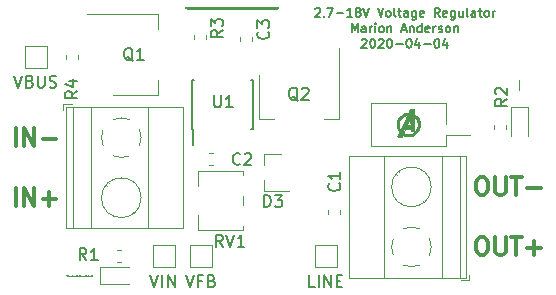
<source format=gbr>
G04 #@! TF.GenerationSoftware,KiCad,Pcbnew,5.0.2+dfsg1-1*
G04 #@! TF.CreationDate,2020-04-05T23:11:44-04:00*
G04 #@! TF.ProjectId,vreg-741,76726567-2d37-4343-912e-6b696361645f,rev?*
G04 #@! TF.SameCoordinates,Original*
G04 #@! TF.FileFunction,Legend,Top*
G04 #@! TF.FilePolarity,Positive*
%FSLAX46Y46*%
G04 Gerber Fmt 4.6, Leading zero omitted, Abs format (unit mm)*
G04 Created by KiCad (PCBNEW 5.0.2+dfsg1-1) date Sun 05 Apr 2020 11:11:44 PM EDT*
%MOMM*%
%LPD*%
G01*
G04 APERTURE LIST*
%ADD10C,0.015875*%
%ADD11C,0.187500*%
%ADD12C,0.300000*%
%ADD13C,0.120000*%
%ADD14C,0.150000*%
%ADD15C,0.010000*%
G04 APERTURE END LIST*
D10*
X208842126Y-73968428D02*
X208778626Y-73968428D01*
X208808864Y-73968428D02*
X208808864Y-73932142D01*
X208842126Y-73932142D02*
X208778626Y-73932142D01*
X208839102Y-73877714D02*
X208842126Y-73883761D01*
X208842126Y-73895857D01*
X208839102Y-73901904D01*
X208833054Y-73904928D01*
X208808864Y-73904928D01*
X208802816Y-73901904D01*
X208799792Y-73895857D01*
X208799792Y-73883761D01*
X208802816Y-73877714D01*
X208808864Y-73874690D01*
X208814911Y-73874690D01*
X208820959Y-73904928D01*
X208842126Y-73799095D02*
X208799792Y-73799095D01*
X208778626Y-73799095D02*
X208781650Y-73802119D01*
X208784673Y-73799095D01*
X208781650Y-73796071D01*
X208778626Y-73799095D01*
X208784673Y-73799095D01*
X208839102Y-73771880D02*
X208842126Y-73765833D01*
X208842126Y-73753738D01*
X208839102Y-73747690D01*
X208833054Y-73744666D01*
X208830030Y-73744666D01*
X208823983Y-73747690D01*
X208820959Y-73753738D01*
X208820959Y-73762809D01*
X208817935Y-73768857D01*
X208811888Y-73771880D01*
X208808864Y-73771880D01*
X208802816Y-73768857D01*
X208799792Y-73762809D01*
X208799792Y-73753738D01*
X208802816Y-73747690D01*
X208799792Y-73678142D02*
X208799792Y-73653952D01*
X208778626Y-73669071D02*
X208833054Y-73669071D01*
X208839102Y-73666047D01*
X208842126Y-73660000D01*
X208842126Y-73653952D01*
X208842126Y-73632785D02*
X208778626Y-73632785D01*
X208842126Y-73605571D02*
X208808864Y-73605571D01*
X208802816Y-73608595D01*
X208799792Y-73614642D01*
X208799792Y-73623714D01*
X208802816Y-73629761D01*
X208805840Y-73632785D01*
X208839102Y-73551142D02*
X208842126Y-73557190D01*
X208842126Y-73569285D01*
X208839102Y-73575333D01*
X208833054Y-73578357D01*
X208808864Y-73578357D01*
X208802816Y-73575333D01*
X208799792Y-73569285D01*
X208799792Y-73557190D01*
X208802816Y-73551142D01*
X208808864Y-73548119D01*
X208814911Y-73548119D01*
X208820959Y-73578357D01*
X208842126Y-73472523D02*
X208778626Y-73472523D01*
X208823983Y-73451357D01*
X208778626Y-73430190D01*
X208842126Y-73430190D01*
X208839102Y-73375761D02*
X208842126Y-73381809D01*
X208842126Y-73393904D01*
X208839102Y-73399952D01*
X208833054Y-73402976D01*
X208808864Y-73402976D01*
X208802816Y-73399952D01*
X208799792Y-73393904D01*
X208799792Y-73381809D01*
X208802816Y-73375761D01*
X208808864Y-73372738D01*
X208814911Y-73372738D01*
X208820959Y-73402976D01*
X208839102Y-73348547D02*
X208842126Y-73342500D01*
X208842126Y-73330404D01*
X208839102Y-73324357D01*
X208833054Y-73321333D01*
X208830030Y-73321333D01*
X208823983Y-73324357D01*
X208820959Y-73330404D01*
X208820959Y-73339476D01*
X208817935Y-73345523D01*
X208811888Y-73348547D01*
X208808864Y-73348547D01*
X208802816Y-73345523D01*
X208799792Y-73339476D01*
X208799792Y-73330404D01*
X208802816Y-73324357D01*
X208839102Y-73297142D02*
X208842126Y-73291095D01*
X208842126Y-73279000D01*
X208839102Y-73272952D01*
X208833054Y-73269928D01*
X208830030Y-73269928D01*
X208823983Y-73272952D01*
X208820959Y-73279000D01*
X208820959Y-73288071D01*
X208817935Y-73294119D01*
X208811888Y-73297142D01*
X208808864Y-73297142D01*
X208802816Y-73294119D01*
X208799792Y-73288071D01*
X208799792Y-73279000D01*
X208802816Y-73272952D01*
X208842126Y-73242714D02*
X208799792Y-73242714D01*
X208778626Y-73242714D02*
X208781650Y-73245738D01*
X208784673Y-73242714D01*
X208781650Y-73239690D01*
X208778626Y-73242714D01*
X208784673Y-73242714D01*
X208842126Y-73185261D02*
X208808864Y-73185261D01*
X208802816Y-73188285D01*
X208799792Y-73194333D01*
X208799792Y-73206428D01*
X208802816Y-73212476D01*
X208839102Y-73185261D02*
X208842126Y-73191309D01*
X208842126Y-73206428D01*
X208839102Y-73212476D01*
X208833054Y-73215500D01*
X208827007Y-73215500D01*
X208820959Y-73212476D01*
X208817935Y-73206428D01*
X208817935Y-73191309D01*
X208814911Y-73185261D01*
X208842126Y-73155023D02*
X208778626Y-73155023D01*
X208842126Y-73127809D02*
X208808864Y-73127809D01*
X208802816Y-73130833D01*
X208799792Y-73136880D01*
X208799792Y-73145952D01*
X208802816Y-73152000D01*
X208805840Y-73155023D01*
X208836078Y-73097571D02*
X208839102Y-73094547D01*
X208842126Y-73097571D01*
X208839102Y-73100595D01*
X208836078Y-73097571D01*
X208842126Y-73097571D01*
X208817935Y-73097571D02*
X208781650Y-73100595D01*
X208778626Y-73097571D01*
X208781650Y-73094547D01*
X208817935Y-73097571D01*
X208778626Y-73097571D01*
X170489940Y-89627226D02*
X170505059Y-89690726D01*
X170517154Y-89645369D01*
X170529250Y-89690726D01*
X170544369Y-89627226D01*
X170568559Y-89690726D02*
X170568559Y-89648392D01*
X170568559Y-89627226D02*
X170565535Y-89630250D01*
X170568559Y-89633273D01*
X170571583Y-89630250D01*
X170568559Y-89627226D01*
X170568559Y-89633273D01*
X170607869Y-89690726D02*
X170601821Y-89687702D01*
X170598797Y-89681654D01*
X170598797Y-89627226D01*
X170641130Y-89690726D02*
X170635083Y-89687702D01*
X170632059Y-89681654D01*
X170632059Y-89627226D01*
X170707654Y-89648392D02*
X170722773Y-89690726D01*
X170737892Y-89648392D02*
X170722773Y-89690726D01*
X170716726Y-89705845D01*
X170713702Y-89708869D01*
X170707654Y-89711892D01*
X170771154Y-89690726D02*
X170765107Y-89687702D01*
X170762083Y-89684678D01*
X170759059Y-89678630D01*
X170759059Y-89660488D01*
X170762083Y-89654440D01*
X170765107Y-89651416D01*
X170771154Y-89648392D01*
X170780226Y-89648392D01*
X170786273Y-89651416D01*
X170789297Y-89654440D01*
X170792321Y-89660488D01*
X170792321Y-89678630D01*
X170789297Y-89684678D01*
X170786273Y-89687702D01*
X170780226Y-89690726D01*
X170771154Y-89690726D01*
X170846750Y-89648392D02*
X170846750Y-89690726D01*
X170819535Y-89648392D02*
X170819535Y-89681654D01*
X170822559Y-89687702D01*
X170828607Y-89690726D01*
X170837678Y-89690726D01*
X170843726Y-89687702D01*
X170846750Y-89684678D01*
X170925369Y-89648392D02*
X170925369Y-89711892D01*
X170925369Y-89651416D02*
X170931416Y-89648392D01*
X170943511Y-89648392D01*
X170949559Y-89651416D01*
X170952583Y-89654440D01*
X170955607Y-89660488D01*
X170955607Y-89678630D01*
X170952583Y-89684678D01*
X170949559Y-89687702D01*
X170943511Y-89690726D01*
X170931416Y-89690726D01*
X170925369Y-89687702D01*
X170991892Y-89690726D02*
X170985845Y-89687702D01*
X170982821Y-89681654D01*
X170982821Y-89627226D01*
X171040273Y-89687702D02*
X171034226Y-89690726D01*
X171022130Y-89690726D01*
X171016083Y-89687702D01*
X171013059Y-89681654D01*
X171013059Y-89657464D01*
X171016083Y-89651416D01*
X171022130Y-89648392D01*
X171034226Y-89648392D01*
X171040273Y-89651416D01*
X171043297Y-89657464D01*
X171043297Y-89663511D01*
X171013059Y-89669559D01*
X171097726Y-89690726D02*
X171097726Y-89657464D01*
X171094702Y-89651416D01*
X171088654Y-89648392D01*
X171076559Y-89648392D01*
X171070511Y-89651416D01*
X171097726Y-89687702D02*
X171091678Y-89690726D01*
X171076559Y-89690726D01*
X171070511Y-89687702D01*
X171067488Y-89681654D01*
X171067488Y-89675607D01*
X171070511Y-89669559D01*
X171076559Y-89666535D01*
X171091678Y-89666535D01*
X171097726Y-89663511D01*
X171124940Y-89687702D02*
X171130988Y-89690726D01*
X171143083Y-89690726D01*
X171149130Y-89687702D01*
X171152154Y-89681654D01*
X171152154Y-89678630D01*
X171149130Y-89672583D01*
X171143083Y-89669559D01*
X171134011Y-89669559D01*
X171127964Y-89666535D01*
X171124940Y-89660488D01*
X171124940Y-89657464D01*
X171127964Y-89651416D01*
X171134011Y-89648392D01*
X171143083Y-89648392D01*
X171149130Y-89651416D01*
X171203559Y-89687702D02*
X171197511Y-89690726D01*
X171185416Y-89690726D01*
X171179369Y-89687702D01*
X171176345Y-89681654D01*
X171176345Y-89657464D01*
X171179369Y-89651416D01*
X171185416Y-89648392D01*
X171197511Y-89648392D01*
X171203559Y-89651416D01*
X171206583Y-89657464D01*
X171206583Y-89663511D01*
X171176345Y-89669559D01*
X171291250Y-89690726D02*
X171285202Y-89687702D01*
X171282178Y-89681654D01*
X171282178Y-89627226D01*
X171315440Y-89690726D02*
X171315440Y-89648392D01*
X171315440Y-89627226D02*
X171312416Y-89630250D01*
X171315440Y-89633273D01*
X171318464Y-89630250D01*
X171315440Y-89627226D01*
X171315440Y-89633273D01*
X171342654Y-89687702D02*
X171348702Y-89690726D01*
X171360797Y-89690726D01*
X171366845Y-89687702D01*
X171369869Y-89681654D01*
X171369869Y-89678630D01*
X171366845Y-89672583D01*
X171360797Y-89669559D01*
X171351726Y-89669559D01*
X171345678Y-89666535D01*
X171342654Y-89660488D01*
X171342654Y-89657464D01*
X171345678Y-89651416D01*
X171351726Y-89648392D01*
X171360797Y-89648392D01*
X171366845Y-89651416D01*
X171388011Y-89648392D02*
X171412202Y-89648392D01*
X171397083Y-89627226D02*
X171397083Y-89681654D01*
X171400107Y-89687702D01*
X171406154Y-89690726D01*
X171412202Y-89690726D01*
X171457559Y-89687702D02*
X171451511Y-89690726D01*
X171439416Y-89690726D01*
X171433369Y-89687702D01*
X171430345Y-89681654D01*
X171430345Y-89657464D01*
X171433369Y-89651416D01*
X171439416Y-89648392D01*
X171451511Y-89648392D01*
X171457559Y-89651416D01*
X171460583Y-89657464D01*
X171460583Y-89663511D01*
X171430345Y-89669559D01*
X171487797Y-89648392D02*
X171487797Y-89690726D01*
X171487797Y-89654440D02*
X171490821Y-89651416D01*
X171496869Y-89648392D01*
X171505940Y-89648392D01*
X171511988Y-89651416D01*
X171515011Y-89657464D01*
X171515011Y-89690726D01*
X171554321Y-89684678D02*
X171557345Y-89687702D01*
X171554321Y-89690726D01*
X171551297Y-89687702D01*
X171554321Y-89684678D01*
X171554321Y-89690726D01*
X171542226Y-89630250D02*
X171548273Y-89627226D01*
X171563392Y-89627226D01*
X171569440Y-89630250D01*
X171572464Y-89636297D01*
X171572464Y-89642345D01*
X171569440Y-89648392D01*
X171566416Y-89651416D01*
X171560369Y-89654440D01*
X171557345Y-89657464D01*
X171554321Y-89663511D01*
X171554321Y-89666535D01*
X171648059Y-89690726D02*
X171648059Y-89627226D01*
X171753892Y-89690726D02*
X171753892Y-89657464D01*
X171750869Y-89651416D01*
X171744821Y-89648392D01*
X171732726Y-89648392D01*
X171726678Y-89651416D01*
X171753892Y-89687702D02*
X171747845Y-89690726D01*
X171732726Y-89690726D01*
X171726678Y-89687702D01*
X171723654Y-89681654D01*
X171723654Y-89675607D01*
X171726678Y-89669559D01*
X171732726Y-89666535D01*
X171747845Y-89666535D01*
X171753892Y-89663511D01*
X171784130Y-89690726D02*
X171784130Y-89648392D01*
X171784130Y-89654440D02*
X171787154Y-89651416D01*
X171793202Y-89648392D01*
X171802273Y-89648392D01*
X171808321Y-89651416D01*
X171811345Y-89657464D01*
X171811345Y-89690726D01*
X171811345Y-89657464D02*
X171814369Y-89651416D01*
X171820416Y-89648392D01*
X171829488Y-89648392D01*
X171835535Y-89651416D01*
X171838559Y-89657464D01*
X171838559Y-89690726D01*
X171917178Y-89648392D02*
X171917178Y-89690726D01*
X171917178Y-89654440D02*
X171920202Y-89651416D01*
X171926250Y-89648392D01*
X171935321Y-89648392D01*
X171941369Y-89651416D01*
X171944392Y-89657464D01*
X171944392Y-89690726D01*
X171983702Y-89690726D02*
X171977654Y-89687702D01*
X171974630Y-89684678D01*
X171971607Y-89678630D01*
X171971607Y-89660488D01*
X171974630Y-89654440D01*
X171977654Y-89651416D01*
X171983702Y-89648392D01*
X171992773Y-89648392D01*
X171998821Y-89651416D01*
X172001845Y-89654440D01*
X172004869Y-89660488D01*
X172004869Y-89678630D01*
X172001845Y-89684678D01*
X171998821Y-89687702D01*
X171992773Y-89690726D01*
X171983702Y-89690726D01*
X172023011Y-89648392D02*
X172047202Y-89648392D01*
X172032083Y-89627226D02*
X172032083Y-89681654D01*
X172035107Y-89687702D01*
X172041154Y-89690726D01*
X172047202Y-89690726D01*
X172107678Y-89648392D02*
X172131869Y-89648392D01*
X172116750Y-89627226D02*
X172116750Y-89681654D01*
X172119773Y-89687702D01*
X172125821Y-89690726D01*
X172131869Y-89690726D01*
X172153035Y-89690726D02*
X172153035Y-89627226D01*
X172180250Y-89690726D02*
X172180250Y-89657464D01*
X172177226Y-89651416D01*
X172171178Y-89648392D01*
X172162107Y-89648392D01*
X172156059Y-89651416D01*
X172153035Y-89654440D01*
X172234678Y-89687702D02*
X172228630Y-89690726D01*
X172216535Y-89690726D01*
X172210488Y-89687702D01*
X172207464Y-89681654D01*
X172207464Y-89657464D01*
X172210488Y-89651416D01*
X172216535Y-89648392D01*
X172228630Y-89648392D01*
X172234678Y-89651416D01*
X172237702Y-89657464D01*
X172237702Y-89663511D01*
X172207464Y-89669559D01*
X172313297Y-89690726D02*
X172313297Y-89627226D01*
X172334464Y-89672583D01*
X172355630Y-89627226D01*
X172355630Y-89690726D01*
X172410059Y-89687702D02*
X172404011Y-89690726D01*
X172391916Y-89690726D01*
X172385869Y-89687702D01*
X172382845Y-89681654D01*
X172382845Y-89657464D01*
X172385869Y-89651416D01*
X172391916Y-89648392D01*
X172404011Y-89648392D01*
X172410059Y-89651416D01*
X172413083Y-89657464D01*
X172413083Y-89663511D01*
X172382845Y-89669559D01*
X172437273Y-89687702D02*
X172443321Y-89690726D01*
X172455416Y-89690726D01*
X172461464Y-89687702D01*
X172464488Y-89681654D01*
X172464488Y-89678630D01*
X172461464Y-89672583D01*
X172455416Y-89669559D01*
X172446345Y-89669559D01*
X172440297Y-89666535D01*
X172437273Y-89660488D01*
X172437273Y-89657464D01*
X172440297Y-89651416D01*
X172446345Y-89648392D01*
X172455416Y-89648392D01*
X172461464Y-89651416D01*
X172488678Y-89687702D02*
X172494726Y-89690726D01*
X172506821Y-89690726D01*
X172512869Y-89687702D01*
X172515892Y-89681654D01*
X172515892Y-89678630D01*
X172512869Y-89672583D01*
X172506821Y-89669559D01*
X172497750Y-89669559D01*
X172491702Y-89666535D01*
X172488678Y-89660488D01*
X172488678Y-89657464D01*
X172491702Y-89651416D01*
X172497750Y-89648392D01*
X172506821Y-89648392D01*
X172512869Y-89651416D01*
X172543107Y-89690726D02*
X172543107Y-89648392D01*
X172543107Y-89627226D02*
X172540083Y-89630250D01*
X172543107Y-89633273D01*
X172546130Y-89630250D01*
X172543107Y-89627226D01*
X172543107Y-89633273D01*
X172600559Y-89690726D02*
X172600559Y-89657464D01*
X172597535Y-89651416D01*
X172591488Y-89648392D01*
X172579392Y-89648392D01*
X172573345Y-89651416D01*
X172600559Y-89687702D02*
X172594511Y-89690726D01*
X172579392Y-89690726D01*
X172573345Y-89687702D01*
X172570321Y-89681654D01*
X172570321Y-89675607D01*
X172573345Y-89669559D01*
X172579392Y-89666535D01*
X172594511Y-89666535D01*
X172600559Y-89663511D01*
X172630797Y-89690726D02*
X172630797Y-89627226D01*
X172658011Y-89690726D02*
X172658011Y-89657464D01*
X172654988Y-89651416D01*
X172648940Y-89648392D01*
X172639869Y-89648392D01*
X172633821Y-89651416D01*
X172630797Y-89654440D01*
X180541688Y-66934821D02*
X180571926Y-66934821D01*
X180535640Y-66952964D02*
X180556807Y-66889464D01*
X180577973Y-66952964D01*
X180599140Y-66952964D02*
X180599140Y-66889464D01*
X180626354Y-66952964D02*
X180626354Y-66919702D01*
X180623330Y-66913654D01*
X180617283Y-66910630D01*
X180608211Y-66910630D01*
X180602164Y-66913654D01*
X180599140Y-66916678D01*
X180698926Y-66910630D02*
X180711021Y-66952964D01*
X180723116Y-66922726D01*
X180735211Y-66952964D01*
X180747307Y-66910630D01*
X180795688Y-66949940D02*
X180789640Y-66952964D01*
X180777545Y-66952964D01*
X180771497Y-66949940D01*
X180768473Y-66943892D01*
X180768473Y-66919702D01*
X180771497Y-66913654D01*
X180777545Y-66910630D01*
X180789640Y-66910630D01*
X180795688Y-66913654D01*
X180798711Y-66919702D01*
X180798711Y-66925749D01*
X180768473Y-66931797D01*
X180901521Y-66949940D02*
X180895473Y-66952964D01*
X180883378Y-66952964D01*
X180877330Y-66949940D01*
X180874307Y-66946916D01*
X180871283Y-66940868D01*
X180871283Y-66922726D01*
X180874307Y-66916678D01*
X180877330Y-66913654D01*
X180883378Y-66910630D01*
X180895473Y-66910630D01*
X180901521Y-66913654D01*
X180955950Y-66952964D02*
X180955950Y-66919702D01*
X180952926Y-66913654D01*
X180946878Y-66910630D01*
X180934783Y-66910630D01*
X180928735Y-66913654D01*
X180955950Y-66949940D02*
X180949902Y-66952964D01*
X180934783Y-66952964D01*
X180928735Y-66949940D01*
X180925711Y-66943892D01*
X180925711Y-66937845D01*
X180928735Y-66931797D01*
X180934783Y-66928773D01*
X180949902Y-66928773D01*
X180955950Y-66925749D01*
X180986188Y-66910630D02*
X180986188Y-66952964D01*
X180986188Y-66916678D02*
X180989211Y-66913654D01*
X180995259Y-66910630D01*
X181004330Y-66910630D01*
X181010378Y-66913654D01*
X181013402Y-66919702D01*
X181013402Y-66952964D01*
X181119235Y-66952964D02*
X181119235Y-66889464D01*
X181119235Y-66949940D02*
X181113188Y-66952964D01*
X181101092Y-66952964D01*
X181095045Y-66949940D01*
X181092021Y-66946916D01*
X181088997Y-66940868D01*
X181088997Y-66922726D01*
X181092021Y-66916678D01*
X181095045Y-66913654D01*
X181101092Y-66910630D01*
X181113188Y-66910630D01*
X181119235Y-66913654D01*
X181176688Y-66952964D02*
X181176688Y-66919702D01*
X181173664Y-66913654D01*
X181167616Y-66910630D01*
X181155521Y-66910630D01*
X181149473Y-66913654D01*
X181176688Y-66949940D02*
X181170640Y-66952964D01*
X181155521Y-66952964D01*
X181149473Y-66949940D01*
X181146450Y-66943892D01*
X181146450Y-66937845D01*
X181149473Y-66931797D01*
X181155521Y-66928773D01*
X181170640Y-66928773D01*
X181176688Y-66925749D01*
X181206926Y-66910630D02*
X181206926Y-66952964D01*
X181206926Y-66916678D02*
X181209950Y-66913654D01*
X181215997Y-66910630D01*
X181225069Y-66910630D01*
X181231116Y-66913654D01*
X181234140Y-66919702D01*
X181234140Y-66952964D01*
X181291592Y-66949940D02*
X181285545Y-66952964D01*
X181273450Y-66952964D01*
X181267402Y-66949940D01*
X181264378Y-66946916D01*
X181261354Y-66940868D01*
X181261354Y-66922726D01*
X181264378Y-66916678D01*
X181267402Y-66913654D01*
X181273450Y-66910630D01*
X181285545Y-66910630D01*
X181291592Y-66913654D01*
X181342997Y-66949940D02*
X181336950Y-66952964D01*
X181324854Y-66952964D01*
X181318807Y-66949940D01*
X181315783Y-66943892D01*
X181315783Y-66919702D01*
X181318807Y-66913654D01*
X181324854Y-66910630D01*
X181336950Y-66910630D01*
X181342997Y-66913654D01*
X181346021Y-66919702D01*
X181346021Y-66925749D01*
X181315783Y-66931797D01*
X181421616Y-66952964D02*
X181421616Y-66910630D01*
X181421616Y-66889464D02*
X181418592Y-66892488D01*
X181421616Y-66895511D01*
X181424640Y-66892488D01*
X181421616Y-66889464D01*
X181421616Y-66895511D01*
X181442783Y-66910630D02*
X181466973Y-66910630D01*
X181451854Y-66952964D02*
X181451854Y-66898535D01*
X181454878Y-66892488D01*
X181460926Y-66889464D01*
X181466973Y-66889464D01*
X181530473Y-66910630D02*
X181542569Y-66952964D01*
X181554664Y-66922726D01*
X181566759Y-66952964D01*
X181578854Y-66910630D01*
X181627235Y-66949940D02*
X181621188Y-66952964D01*
X181609092Y-66952964D01*
X181603045Y-66949940D01*
X181600021Y-66943892D01*
X181600021Y-66919702D01*
X181603045Y-66913654D01*
X181609092Y-66910630D01*
X181621188Y-66910630D01*
X181627235Y-66913654D01*
X181630259Y-66919702D01*
X181630259Y-66925749D01*
X181600021Y-66931797D01*
X181699807Y-66910630D02*
X181711902Y-66952964D01*
X181723997Y-66922726D01*
X181736092Y-66952964D01*
X181748188Y-66910630D01*
X181799592Y-66952964D02*
X181799592Y-66919702D01*
X181796569Y-66913654D01*
X181790521Y-66910630D01*
X181778426Y-66910630D01*
X181772378Y-66913654D01*
X181799592Y-66949940D02*
X181793545Y-66952964D01*
X181778426Y-66952964D01*
X181772378Y-66949940D01*
X181769354Y-66943892D01*
X181769354Y-66937845D01*
X181772378Y-66931797D01*
X181778426Y-66928773D01*
X181793545Y-66928773D01*
X181799592Y-66925749D01*
X181829830Y-66910630D02*
X181829830Y-66952964D01*
X181829830Y-66916678D02*
X181832854Y-66913654D01*
X181838902Y-66910630D01*
X181847973Y-66910630D01*
X181854021Y-66913654D01*
X181857045Y-66919702D01*
X181857045Y-66952964D01*
X181878211Y-66910630D02*
X181902402Y-66910630D01*
X181887283Y-66889464D02*
X181887283Y-66943892D01*
X181890307Y-66949940D01*
X181896354Y-66952964D01*
X181902402Y-66952964D01*
X181962878Y-66910630D02*
X181987069Y-66910630D01*
X181971950Y-66889464D02*
X181971950Y-66943892D01*
X181974973Y-66949940D01*
X181981021Y-66952964D01*
X181987069Y-66952964D01*
X182017307Y-66952964D02*
X182011259Y-66949940D01*
X182008235Y-66946916D01*
X182005211Y-66940868D01*
X182005211Y-66922726D01*
X182008235Y-66916678D01*
X182011259Y-66913654D01*
X182017307Y-66910630D01*
X182026378Y-66910630D01*
X182032426Y-66913654D01*
X182035450Y-66916678D01*
X182038473Y-66922726D01*
X182038473Y-66940868D01*
X182035450Y-66946916D01*
X182032426Y-66949940D01*
X182026378Y-66952964D01*
X182017307Y-66952964D01*
X182068711Y-66949940D02*
X182068711Y-66952964D01*
X182065688Y-66959011D01*
X182062664Y-66962035D01*
X182138259Y-66910630D02*
X182150354Y-66952964D01*
X182162450Y-66922726D01*
X182174545Y-66952964D01*
X182186640Y-66910630D01*
X182235021Y-66949940D02*
X182228973Y-66952964D01*
X182216878Y-66952964D01*
X182210830Y-66949940D01*
X182207807Y-66943892D01*
X182207807Y-66919702D01*
X182210830Y-66913654D01*
X182216878Y-66910630D01*
X182228973Y-66910630D01*
X182235021Y-66913654D01*
X182238045Y-66919702D01*
X182238045Y-66925749D01*
X182207807Y-66931797D01*
X182340854Y-66949940D02*
X182334807Y-66952964D01*
X182322711Y-66952964D01*
X182316664Y-66949940D01*
X182313640Y-66946916D01*
X182310616Y-66940868D01*
X182310616Y-66922726D01*
X182313640Y-66916678D01*
X182316664Y-66913654D01*
X182322711Y-66910630D01*
X182334807Y-66910630D01*
X182340854Y-66913654D01*
X182395283Y-66952964D02*
X182395283Y-66919702D01*
X182392259Y-66913654D01*
X182386211Y-66910630D01*
X182374116Y-66910630D01*
X182368069Y-66913654D01*
X182395283Y-66949940D02*
X182389235Y-66952964D01*
X182374116Y-66952964D01*
X182368069Y-66949940D01*
X182365045Y-66943892D01*
X182365045Y-66937845D01*
X182368069Y-66931797D01*
X182374116Y-66928773D01*
X182389235Y-66928773D01*
X182395283Y-66925749D01*
X182425521Y-66910630D02*
X182425521Y-66952964D01*
X182425521Y-66916678D02*
X182428545Y-66913654D01*
X182434592Y-66910630D01*
X182443664Y-66910630D01*
X182449711Y-66913654D01*
X182452735Y-66919702D01*
X182452735Y-66952964D01*
X182540426Y-66952964D02*
X182534378Y-66949940D01*
X182531354Y-66943892D01*
X182531354Y-66889464D01*
X182588807Y-66949940D02*
X182582759Y-66952964D01*
X182570664Y-66952964D01*
X182564616Y-66949940D01*
X182561592Y-66943892D01*
X182561592Y-66919702D01*
X182564616Y-66913654D01*
X182570664Y-66910630D01*
X182582759Y-66910630D01*
X182588807Y-66913654D01*
X182591830Y-66919702D01*
X182591830Y-66925749D01*
X182561592Y-66931797D01*
X182646259Y-66952964D02*
X182646259Y-66919702D01*
X182643235Y-66913654D01*
X182637188Y-66910630D01*
X182625092Y-66910630D01*
X182619045Y-66913654D01*
X182646259Y-66949940D02*
X182640211Y-66952964D01*
X182625092Y-66952964D01*
X182619045Y-66949940D01*
X182616021Y-66943892D01*
X182616021Y-66937845D01*
X182619045Y-66931797D01*
X182625092Y-66928773D01*
X182640211Y-66928773D01*
X182646259Y-66925749D01*
X182670450Y-66910630D02*
X182685569Y-66952964D01*
X182700688Y-66910630D01*
X182749069Y-66949940D02*
X182743021Y-66952964D01*
X182730926Y-66952964D01*
X182724878Y-66949940D01*
X182721854Y-66943892D01*
X182721854Y-66919702D01*
X182724878Y-66913654D01*
X182730926Y-66910630D01*
X182743021Y-66910630D01*
X182749069Y-66913654D01*
X182752092Y-66919702D01*
X182752092Y-66925749D01*
X182721854Y-66931797D01*
X182821640Y-66910630D02*
X182836759Y-66952964D01*
X182851878Y-66910630D02*
X182836759Y-66952964D01*
X182830711Y-66968083D01*
X182827688Y-66971107D01*
X182821640Y-66974130D01*
X182885140Y-66952964D02*
X182879092Y-66949940D01*
X182876069Y-66946916D01*
X182873045Y-66940868D01*
X182873045Y-66922726D01*
X182876069Y-66916678D01*
X182879092Y-66913654D01*
X182885140Y-66910630D01*
X182894211Y-66910630D01*
X182900259Y-66913654D01*
X182903283Y-66916678D01*
X182906307Y-66922726D01*
X182906307Y-66940868D01*
X182903283Y-66946916D01*
X182900259Y-66949940D01*
X182894211Y-66952964D01*
X182885140Y-66952964D01*
X182960735Y-66910630D02*
X182960735Y-66952964D01*
X182933521Y-66910630D02*
X182933521Y-66943892D01*
X182936545Y-66949940D01*
X182942592Y-66952964D01*
X182951664Y-66952964D01*
X182957711Y-66949940D01*
X182960735Y-66946916D01*
X182990973Y-66952964D02*
X182990973Y-66910630D01*
X182990973Y-66922726D02*
X182993997Y-66916678D01*
X182997021Y-66913654D01*
X183003069Y-66910630D01*
X183009116Y-66910630D01*
X183069592Y-66910630D02*
X183093783Y-66910630D01*
X183078664Y-66952964D02*
X183078664Y-66898535D01*
X183081688Y-66892488D01*
X183087735Y-66889464D01*
X183093783Y-66889464D01*
X183114950Y-66952964D02*
X183114950Y-66910630D01*
X183114950Y-66922726D02*
X183117973Y-66916678D01*
X183120997Y-66913654D01*
X183127045Y-66910630D01*
X183133092Y-66910630D01*
X183154259Y-66952964D02*
X183154259Y-66910630D01*
X183154259Y-66889464D02*
X183151235Y-66892488D01*
X183154259Y-66895511D01*
X183157283Y-66892488D01*
X183154259Y-66889464D01*
X183154259Y-66895511D01*
X183208688Y-66949940D02*
X183202640Y-66952964D01*
X183190545Y-66952964D01*
X183184497Y-66949940D01*
X183181473Y-66943892D01*
X183181473Y-66919702D01*
X183184497Y-66913654D01*
X183190545Y-66910630D01*
X183202640Y-66910630D01*
X183208688Y-66913654D01*
X183211711Y-66919702D01*
X183211711Y-66925749D01*
X183181473Y-66931797D01*
X183238926Y-66910630D02*
X183238926Y-66952964D01*
X183238926Y-66916678D02*
X183241950Y-66913654D01*
X183247997Y-66910630D01*
X183257069Y-66910630D01*
X183263116Y-66913654D01*
X183266140Y-66919702D01*
X183266140Y-66952964D01*
X183323592Y-66952964D02*
X183323592Y-66889464D01*
X183323592Y-66949940D02*
X183317545Y-66952964D01*
X183305450Y-66952964D01*
X183299402Y-66949940D01*
X183296378Y-66946916D01*
X183293354Y-66940868D01*
X183293354Y-66922726D01*
X183296378Y-66916678D01*
X183299402Y-66913654D01*
X183305450Y-66910630D01*
X183317545Y-66910630D01*
X183323592Y-66913654D01*
X183350807Y-66949940D02*
X183356854Y-66952964D01*
X183368950Y-66952964D01*
X183374997Y-66949940D01*
X183378021Y-66943892D01*
X183378021Y-66940868D01*
X183374997Y-66934821D01*
X183368950Y-66931797D01*
X183359878Y-66931797D01*
X183353830Y-66928773D01*
X183350807Y-66922726D01*
X183350807Y-66919702D01*
X183353830Y-66913654D01*
X183359878Y-66910630D01*
X183368950Y-66910630D01*
X183374997Y-66913654D01*
X183453616Y-66952964D02*
X183453616Y-66889464D01*
X183453616Y-66913654D02*
X183459664Y-66910630D01*
X183471759Y-66910630D01*
X183477807Y-66913654D01*
X183480830Y-66916678D01*
X183483854Y-66922726D01*
X183483854Y-66940868D01*
X183480830Y-66946916D01*
X183477807Y-66949940D01*
X183471759Y-66952964D01*
X183459664Y-66952964D01*
X183453616Y-66949940D01*
X183535259Y-66949940D02*
X183529211Y-66952964D01*
X183517116Y-66952964D01*
X183511069Y-66949940D01*
X183508045Y-66943892D01*
X183508045Y-66919702D01*
X183511069Y-66913654D01*
X183517116Y-66910630D01*
X183529211Y-66910630D01*
X183535259Y-66913654D01*
X183538283Y-66919702D01*
X183538283Y-66925749D01*
X183508045Y-66931797D01*
X183565497Y-66952964D02*
X183565497Y-66889464D01*
X183592711Y-66952964D02*
X183592711Y-66919702D01*
X183589688Y-66913654D01*
X183583640Y-66910630D01*
X183574569Y-66910630D01*
X183568521Y-66913654D01*
X183565497Y-66916678D01*
X183622950Y-66952964D02*
X183622950Y-66910630D01*
X183622950Y-66889464D02*
X183619926Y-66892488D01*
X183622950Y-66895511D01*
X183625973Y-66892488D01*
X183622950Y-66889464D01*
X183622950Y-66895511D01*
X183653188Y-66910630D02*
X183653188Y-66952964D01*
X183653188Y-66916678D02*
X183656211Y-66913654D01*
X183662259Y-66910630D01*
X183671330Y-66910630D01*
X183677378Y-66913654D01*
X183680402Y-66919702D01*
X183680402Y-66952964D01*
X183737854Y-66952964D02*
X183737854Y-66889464D01*
X183737854Y-66949940D02*
X183731807Y-66952964D01*
X183719711Y-66952964D01*
X183713664Y-66949940D01*
X183710640Y-66946916D01*
X183707616Y-66940868D01*
X183707616Y-66922726D01*
X183710640Y-66916678D01*
X183713664Y-66913654D01*
X183719711Y-66910630D01*
X183731807Y-66910630D01*
X183737854Y-66913654D01*
X183768092Y-66946916D02*
X183771116Y-66949940D01*
X183768092Y-66952964D01*
X183765069Y-66949940D01*
X183768092Y-66946916D01*
X183768092Y-66952964D01*
X183882997Y-66946916D02*
X183879973Y-66949940D01*
X183870902Y-66952964D01*
X183864854Y-66952964D01*
X183855783Y-66949940D01*
X183849735Y-66943892D01*
X183846711Y-66937845D01*
X183843688Y-66925749D01*
X183843688Y-66916678D01*
X183846711Y-66904583D01*
X183849735Y-66898535D01*
X183855783Y-66892488D01*
X183864854Y-66889464D01*
X183870902Y-66889464D01*
X183879973Y-66892488D01*
X183882997Y-66895511D01*
X183937426Y-66952964D02*
X183937426Y-66919702D01*
X183934402Y-66913654D01*
X183928354Y-66910630D01*
X183916259Y-66910630D01*
X183910211Y-66913654D01*
X183937426Y-66949940D02*
X183931378Y-66952964D01*
X183916259Y-66952964D01*
X183910211Y-66949940D01*
X183907188Y-66943892D01*
X183907188Y-66937845D01*
X183910211Y-66931797D01*
X183916259Y-66928773D01*
X183931378Y-66928773D01*
X183937426Y-66925749D01*
X183994878Y-66910630D02*
X183994878Y-66952964D01*
X183967664Y-66910630D02*
X183967664Y-66943892D01*
X183970688Y-66949940D01*
X183976735Y-66952964D01*
X183985807Y-66952964D01*
X183991854Y-66949940D01*
X183994878Y-66946916D01*
X184022092Y-66949940D02*
X184028140Y-66952964D01*
X184040235Y-66952964D01*
X184046283Y-66949940D01*
X184049307Y-66943892D01*
X184049307Y-66940868D01*
X184046283Y-66934821D01*
X184040235Y-66931797D01*
X184031164Y-66931797D01*
X184025116Y-66928773D01*
X184022092Y-66922726D01*
X184022092Y-66919702D01*
X184025116Y-66913654D01*
X184031164Y-66910630D01*
X184040235Y-66910630D01*
X184046283Y-66913654D01*
X184100711Y-66949940D02*
X184094664Y-66952964D01*
X184082569Y-66952964D01*
X184076521Y-66949940D01*
X184073497Y-66943892D01*
X184073497Y-66919702D01*
X184076521Y-66913654D01*
X184082569Y-66910630D01*
X184094664Y-66910630D01*
X184100711Y-66913654D01*
X184103735Y-66919702D01*
X184103735Y-66925749D01*
X184073497Y-66931797D01*
X184173283Y-66910630D02*
X184188402Y-66952964D01*
X184203521Y-66910630D02*
X184188402Y-66952964D01*
X184182354Y-66968083D01*
X184179330Y-66971107D01*
X184173283Y-66974130D01*
X184236783Y-66952964D02*
X184230735Y-66949940D01*
X184227711Y-66946916D01*
X184224688Y-66940868D01*
X184224688Y-66922726D01*
X184227711Y-66916678D01*
X184230735Y-66913654D01*
X184236783Y-66910630D01*
X184245854Y-66910630D01*
X184251902Y-66913654D01*
X184254926Y-66916678D01*
X184257950Y-66922726D01*
X184257950Y-66940868D01*
X184254926Y-66946916D01*
X184251902Y-66949940D01*
X184245854Y-66952964D01*
X184236783Y-66952964D01*
X184312378Y-66910630D02*
X184312378Y-66952964D01*
X184285164Y-66910630D02*
X184285164Y-66943892D01*
X184288188Y-66949940D01*
X184294235Y-66952964D01*
X184303307Y-66952964D01*
X184309354Y-66949940D01*
X184312378Y-66946916D01*
X184342616Y-66952964D02*
X184342616Y-66910630D01*
X184342616Y-66922726D02*
X184345640Y-66916678D01*
X184348664Y-66913654D01*
X184354711Y-66910630D01*
X184360759Y-66910630D01*
X184421235Y-66910630D02*
X184445426Y-66910630D01*
X184430307Y-66952964D02*
X184430307Y-66898535D01*
X184433330Y-66892488D01*
X184439378Y-66889464D01*
X184445426Y-66889464D01*
X184466592Y-66952964D02*
X184466592Y-66910630D01*
X184466592Y-66922726D02*
X184469616Y-66916678D01*
X184472640Y-66913654D01*
X184478688Y-66910630D01*
X184484735Y-66910630D01*
X184505902Y-66952964D02*
X184505902Y-66910630D01*
X184505902Y-66889464D02*
X184502878Y-66892488D01*
X184505902Y-66895511D01*
X184508926Y-66892488D01*
X184505902Y-66889464D01*
X184505902Y-66895511D01*
X184560330Y-66949940D02*
X184554283Y-66952964D01*
X184542188Y-66952964D01*
X184536140Y-66949940D01*
X184533116Y-66943892D01*
X184533116Y-66919702D01*
X184536140Y-66913654D01*
X184542188Y-66910630D01*
X184554283Y-66910630D01*
X184560330Y-66913654D01*
X184563354Y-66919702D01*
X184563354Y-66925749D01*
X184533116Y-66931797D01*
X184590569Y-66910630D02*
X184590569Y-66952964D01*
X184590569Y-66916678D02*
X184593592Y-66913654D01*
X184599640Y-66910630D01*
X184608711Y-66910630D01*
X184614759Y-66913654D01*
X184617783Y-66919702D01*
X184617783Y-66952964D01*
X184675235Y-66952964D02*
X184675235Y-66889464D01*
X184675235Y-66949940D02*
X184669188Y-66952964D01*
X184657092Y-66952964D01*
X184651045Y-66949940D01*
X184648021Y-66946916D01*
X184644997Y-66940868D01*
X184644997Y-66922726D01*
X184648021Y-66916678D01*
X184651045Y-66913654D01*
X184657092Y-66910630D01*
X184669188Y-66910630D01*
X184675235Y-66913654D01*
X184702450Y-66949940D02*
X184708497Y-66952964D01*
X184720592Y-66952964D01*
X184726640Y-66949940D01*
X184729664Y-66943892D01*
X184729664Y-66940868D01*
X184726640Y-66934821D01*
X184720592Y-66931797D01*
X184711521Y-66931797D01*
X184705473Y-66928773D01*
X184702450Y-66922726D01*
X184702450Y-66919702D01*
X184705473Y-66913654D01*
X184711521Y-66910630D01*
X184720592Y-66910630D01*
X184726640Y-66913654D01*
X184832473Y-66952964D02*
X184832473Y-66889464D01*
X184832473Y-66949940D02*
X184826426Y-66952964D01*
X184814330Y-66952964D01*
X184808283Y-66949940D01*
X184805259Y-66946916D01*
X184802235Y-66940868D01*
X184802235Y-66922726D01*
X184805259Y-66916678D01*
X184808283Y-66913654D01*
X184814330Y-66910630D01*
X184826426Y-66910630D01*
X184832473Y-66913654D01*
X184871783Y-66952964D02*
X184865735Y-66949940D01*
X184862711Y-66946916D01*
X184859688Y-66940868D01*
X184859688Y-66922726D01*
X184862711Y-66916678D01*
X184865735Y-66913654D01*
X184871783Y-66910630D01*
X184880854Y-66910630D01*
X184886902Y-66913654D01*
X184889926Y-66916678D01*
X184892950Y-66922726D01*
X184892950Y-66940868D01*
X184889926Y-66946916D01*
X184886902Y-66949940D01*
X184880854Y-66952964D01*
X184871783Y-66952964D01*
X184920164Y-66910630D02*
X184920164Y-66952964D01*
X184920164Y-66916678D02*
X184923188Y-66913654D01*
X184929235Y-66910630D01*
X184938307Y-66910630D01*
X184944354Y-66913654D01*
X184947378Y-66919702D01*
X184947378Y-66952964D01*
X184980640Y-66889464D02*
X184974592Y-66901559D01*
X184998783Y-66910630D02*
X185022973Y-66910630D01*
X185007854Y-66889464D02*
X185007854Y-66943892D01*
X185010878Y-66949940D01*
X185016926Y-66952964D01*
X185022973Y-66952964D01*
X185119735Y-66952964D02*
X185119735Y-66889464D01*
X185119735Y-66949940D02*
X185113688Y-66952964D01*
X185101592Y-66952964D01*
X185095545Y-66949940D01*
X185092521Y-66946916D01*
X185089497Y-66940868D01*
X185089497Y-66922726D01*
X185092521Y-66916678D01*
X185095545Y-66913654D01*
X185101592Y-66910630D01*
X185113688Y-66910630D01*
X185119735Y-66913654D01*
X185177188Y-66952964D02*
X185177188Y-66919702D01*
X185174164Y-66913654D01*
X185168116Y-66910630D01*
X185156021Y-66910630D01*
X185149973Y-66913654D01*
X185177188Y-66949940D02*
X185171140Y-66952964D01*
X185156021Y-66952964D01*
X185149973Y-66949940D01*
X185146950Y-66943892D01*
X185146950Y-66937845D01*
X185149973Y-66931797D01*
X185156021Y-66928773D01*
X185171140Y-66928773D01*
X185177188Y-66925749D01*
X185207426Y-66910630D02*
X185207426Y-66952964D01*
X185207426Y-66916678D02*
X185210450Y-66913654D01*
X185216497Y-66910630D01*
X185225569Y-66910630D01*
X185231616Y-66913654D01*
X185234640Y-66919702D01*
X185234640Y-66952964D01*
X185292092Y-66949940D02*
X185286045Y-66952964D01*
X185273950Y-66952964D01*
X185267902Y-66949940D01*
X185264878Y-66946916D01*
X185261854Y-66940868D01*
X185261854Y-66922726D01*
X185264878Y-66916678D01*
X185267902Y-66913654D01*
X185273950Y-66910630D01*
X185286045Y-66910630D01*
X185292092Y-66913654D01*
X185343497Y-66949940D02*
X185337450Y-66952964D01*
X185325354Y-66952964D01*
X185319307Y-66949940D01*
X185316283Y-66943892D01*
X185316283Y-66919702D01*
X185319307Y-66913654D01*
X185325354Y-66910630D01*
X185337450Y-66910630D01*
X185343497Y-66913654D01*
X185346521Y-66919702D01*
X185346521Y-66925749D01*
X185316283Y-66931797D01*
X185449330Y-66952964D02*
X185449330Y-66919702D01*
X185446307Y-66913654D01*
X185440259Y-66910630D01*
X185428164Y-66910630D01*
X185422116Y-66913654D01*
X185449330Y-66949940D02*
X185443283Y-66952964D01*
X185428164Y-66952964D01*
X185422116Y-66949940D01*
X185419092Y-66943892D01*
X185419092Y-66937845D01*
X185422116Y-66931797D01*
X185428164Y-66928773D01*
X185443283Y-66928773D01*
X185449330Y-66925749D01*
X185479569Y-66910630D02*
X185479569Y-66952964D01*
X185479569Y-66916678D02*
X185482592Y-66913654D01*
X185488640Y-66910630D01*
X185497711Y-66910630D01*
X185503759Y-66913654D01*
X185506783Y-66919702D01*
X185506783Y-66952964D01*
X185564235Y-66952964D02*
X185564235Y-66889464D01*
X185564235Y-66949940D02*
X185558188Y-66952964D01*
X185546092Y-66952964D01*
X185540045Y-66949940D01*
X185537021Y-66946916D01*
X185533997Y-66940868D01*
X185533997Y-66922726D01*
X185537021Y-66916678D01*
X185540045Y-66913654D01*
X185546092Y-66910630D01*
X185558188Y-66910630D01*
X185564235Y-66913654D01*
X185642854Y-66952964D02*
X185642854Y-66910630D01*
X185642854Y-66889464D02*
X185639830Y-66892488D01*
X185642854Y-66895511D01*
X185645878Y-66892488D01*
X185642854Y-66889464D01*
X185642854Y-66895511D01*
X185664021Y-66910630D02*
X185688211Y-66910630D01*
X185673092Y-66952964D02*
X185673092Y-66898535D01*
X185676116Y-66892488D01*
X185682164Y-66889464D01*
X185688211Y-66889464D01*
X185748688Y-66910630D02*
X185772878Y-66910630D01*
X185757759Y-66889464D02*
X185757759Y-66943892D01*
X185760783Y-66949940D01*
X185766830Y-66952964D01*
X185772878Y-66952964D01*
X185794045Y-66952964D02*
X185794045Y-66889464D01*
X185821259Y-66952964D02*
X185821259Y-66919702D01*
X185818235Y-66913654D01*
X185812188Y-66910630D01*
X185803116Y-66910630D01*
X185797069Y-66913654D01*
X185794045Y-66916678D01*
X185875688Y-66949940D02*
X185869640Y-66952964D01*
X185857545Y-66952964D01*
X185851497Y-66949940D01*
X185848473Y-66943892D01*
X185848473Y-66919702D01*
X185851497Y-66913654D01*
X185857545Y-66910630D01*
X185869640Y-66910630D01*
X185875688Y-66913654D01*
X185878711Y-66919702D01*
X185878711Y-66925749D01*
X185848473Y-66931797D01*
X185899878Y-66910630D02*
X185914997Y-66952964D01*
X185930116Y-66910630D02*
X185914997Y-66952964D01*
X185908950Y-66968083D01*
X185905926Y-66971107D01*
X185899878Y-66974130D01*
X186029902Y-66952964D02*
X186029902Y-66889464D01*
X186029902Y-66949940D02*
X186023854Y-66952964D01*
X186011759Y-66952964D01*
X186005711Y-66949940D01*
X186002688Y-66946916D01*
X185999664Y-66940868D01*
X185999664Y-66922726D01*
X186002688Y-66916678D01*
X186005711Y-66913654D01*
X186011759Y-66910630D01*
X186023854Y-66910630D01*
X186029902Y-66913654D01*
X186069211Y-66952964D02*
X186063164Y-66949940D01*
X186060140Y-66946916D01*
X186057116Y-66940868D01*
X186057116Y-66922726D01*
X186060140Y-66916678D01*
X186063164Y-66913654D01*
X186069211Y-66910630D01*
X186078283Y-66910630D01*
X186084330Y-66913654D01*
X186087354Y-66916678D01*
X186090378Y-66922726D01*
X186090378Y-66940868D01*
X186087354Y-66946916D01*
X186084330Y-66949940D01*
X186078283Y-66952964D01*
X186069211Y-66952964D01*
X186117592Y-66910630D02*
X186117592Y-66952964D01*
X186117592Y-66916678D02*
X186120616Y-66913654D01*
X186126664Y-66910630D01*
X186135735Y-66910630D01*
X186141783Y-66913654D01*
X186144807Y-66919702D01*
X186144807Y-66952964D01*
X186178069Y-66889464D02*
X186172021Y-66901559D01*
X186196211Y-66910630D02*
X186220402Y-66910630D01*
X186205283Y-66889464D02*
X186205283Y-66943892D01*
X186208307Y-66949940D01*
X186214354Y-66952964D01*
X186220402Y-66952964D01*
X186317164Y-66952964D02*
X186317164Y-66889464D01*
X186317164Y-66949940D02*
X186311116Y-66952964D01*
X186299021Y-66952964D01*
X186292973Y-66949940D01*
X186289950Y-66946916D01*
X186286926Y-66940868D01*
X186286926Y-66922726D01*
X186289950Y-66916678D01*
X186292973Y-66913654D01*
X186299021Y-66910630D01*
X186311116Y-66910630D01*
X186317164Y-66913654D01*
X186374616Y-66952964D02*
X186374616Y-66919702D01*
X186371592Y-66913654D01*
X186365545Y-66910630D01*
X186353450Y-66910630D01*
X186347402Y-66913654D01*
X186374616Y-66949940D02*
X186368569Y-66952964D01*
X186353450Y-66952964D01*
X186347402Y-66949940D01*
X186344378Y-66943892D01*
X186344378Y-66937845D01*
X186347402Y-66931797D01*
X186353450Y-66928773D01*
X186368569Y-66928773D01*
X186374616Y-66925749D01*
X186404854Y-66910630D02*
X186404854Y-66952964D01*
X186404854Y-66916678D02*
X186407878Y-66913654D01*
X186413926Y-66910630D01*
X186422997Y-66910630D01*
X186429045Y-66913654D01*
X186432069Y-66919702D01*
X186432069Y-66952964D01*
X186489521Y-66949940D02*
X186483473Y-66952964D01*
X186471378Y-66952964D01*
X186465330Y-66949940D01*
X186462307Y-66946916D01*
X186459283Y-66940868D01*
X186459283Y-66922726D01*
X186462307Y-66916678D01*
X186465330Y-66913654D01*
X186471378Y-66910630D01*
X186483473Y-66910630D01*
X186489521Y-66913654D01*
X186540926Y-66949940D02*
X186534878Y-66952964D01*
X186522783Y-66952964D01*
X186516735Y-66949940D01*
X186513711Y-66943892D01*
X186513711Y-66919702D01*
X186516735Y-66913654D01*
X186522783Y-66910630D01*
X186534878Y-66910630D01*
X186540926Y-66913654D01*
X186543950Y-66919702D01*
X186543950Y-66925749D01*
X186513711Y-66931797D01*
X186571164Y-66928773D02*
X186619545Y-66928773D01*
X186643735Y-66889464D02*
X186658854Y-66952964D01*
X186670950Y-66907607D01*
X186683045Y-66952964D01*
X186698164Y-66889464D01*
X186746545Y-66949940D02*
X186740497Y-66952964D01*
X186728402Y-66952964D01*
X186722354Y-66949940D01*
X186719330Y-66943892D01*
X186719330Y-66919702D01*
X186722354Y-66913654D01*
X186728402Y-66910630D01*
X186740497Y-66910630D01*
X186746545Y-66913654D01*
X186749569Y-66919702D01*
X186749569Y-66925749D01*
X186719330Y-66931797D01*
X186785854Y-66952964D02*
X186779807Y-66949940D01*
X186776783Y-66943892D01*
X186776783Y-66889464D01*
X186819116Y-66952964D02*
X186813069Y-66949940D01*
X186810045Y-66943892D01*
X186810045Y-66889464D01*
X186882616Y-66910630D02*
X186906807Y-66910630D01*
X186891688Y-66889464D02*
X186891688Y-66943892D01*
X186894711Y-66949940D01*
X186900759Y-66952964D01*
X186906807Y-66952964D01*
X186927973Y-66952964D02*
X186927973Y-66889464D01*
X186955188Y-66952964D02*
X186955188Y-66919702D01*
X186952164Y-66913654D01*
X186946116Y-66910630D01*
X186937045Y-66910630D01*
X186930997Y-66913654D01*
X186927973Y-66916678D01*
X187009616Y-66949940D02*
X187003569Y-66952964D01*
X186991473Y-66952964D01*
X186985426Y-66949940D01*
X186982402Y-66943892D01*
X186982402Y-66919702D01*
X186985426Y-66913654D01*
X186991473Y-66910630D01*
X187003569Y-66910630D01*
X187009616Y-66913654D01*
X187012640Y-66919702D01*
X187012640Y-66925749D01*
X186982402Y-66931797D01*
X187033807Y-66910630D02*
X187048926Y-66952964D01*
X187064045Y-66910630D02*
X187048926Y-66952964D01*
X187042878Y-66968083D01*
X187039854Y-66971107D01*
X187033807Y-66974130D01*
X187091259Y-66889464D02*
X187085211Y-66901559D01*
X187118473Y-66952964D02*
X187118473Y-66910630D01*
X187118473Y-66922726D02*
X187121497Y-66916678D01*
X187124521Y-66913654D01*
X187130569Y-66910630D01*
X187136616Y-66910630D01*
X187181973Y-66949940D02*
X187175926Y-66952964D01*
X187163830Y-66952964D01*
X187157783Y-66949940D01*
X187154759Y-66943892D01*
X187154759Y-66919702D01*
X187157783Y-66913654D01*
X187163830Y-66910630D01*
X187175926Y-66910630D01*
X187181973Y-66913654D01*
X187184997Y-66919702D01*
X187184997Y-66925749D01*
X187154759Y-66931797D01*
X187287807Y-66952964D02*
X187287807Y-66919702D01*
X187284783Y-66913654D01*
X187278735Y-66910630D01*
X187266640Y-66910630D01*
X187260592Y-66913654D01*
X187287807Y-66949940D02*
X187281759Y-66952964D01*
X187266640Y-66952964D01*
X187260592Y-66949940D01*
X187257569Y-66943892D01*
X187257569Y-66937845D01*
X187260592Y-66931797D01*
X187266640Y-66928773D01*
X187281759Y-66928773D01*
X187287807Y-66925749D01*
X187318045Y-66952964D02*
X187318045Y-66910630D01*
X187318045Y-66922726D02*
X187321069Y-66916678D01*
X187324092Y-66913654D01*
X187330140Y-66910630D01*
X187336188Y-66910630D01*
X187381545Y-66949940D02*
X187375497Y-66952964D01*
X187363402Y-66952964D01*
X187357354Y-66949940D01*
X187354330Y-66943892D01*
X187354330Y-66919702D01*
X187357354Y-66913654D01*
X187363402Y-66910630D01*
X187375497Y-66910630D01*
X187381545Y-66913654D01*
X187384569Y-66919702D01*
X187384569Y-66925749D01*
X187354330Y-66931797D01*
X187460164Y-66910630D02*
X187460164Y-66952964D01*
X187460164Y-66916678D02*
X187463188Y-66913654D01*
X187469235Y-66910630D01*
X187478307Y-66910630D01*
X187484354Y-66913654D01*
X187487378Y-66919702D01*
X187487378Y-66952964D01*
X187526688Y-66952964D02*
X187520640Y-66949940D01*
X187517616Y-66946916D01*
X187514592Y-66940868D01*
X187514592Y-66922726D01*
X187517616Y-66916678D01*
X187520640Y-66913654D01*
X187526688Y-66910630D01*
X187535759Y-66910630D01*
X187541807Y-66913654D01*
X187544830Y-66916678D01*
X187547854Y-66922726D01*
X187547854Y-66940868D01*
X187544830Y-66946916D01*
X187541807Y-66949940D01*
X187535759Y-66952964D01*
X187526688Y-66952964D01*
X187614378Y-66910630D02*
X187638569Y-66910630D01*
X187623450Y-66952964D02*
X187623450Y-66898535D01*
X187626473Y-66892488D01*
X187632521Y-66889464D01*
X187638569Y-66889464D01*
X187659735Y-66952964D02*
X187659735Y-66910630D01*
X187659735Y-66922726D02*
X187662759Y-66916678D01*
X187665783Y-66913654D01*
X187671830Y-66910630D01*
X187677878Y-66910630D01*
X187699045Y-66952964D02*
X187699045Y-66910630D01*
X187699045Y-66889464D02*
X187696021Y-66892488D01*
X187699045Y-66895511D01*
X187702069Y-66892488D01*
X187699045Y-66889464D01*
X187699045Y-66895511D01*
X187753473Y-66949940D02*
X187747426Y-66952964D01*
X187735330Y-66952964D01*
X187729283Y-66949940D01*
X187726259Y-66943892D01*
X187726259Y-66919702D01*
X187729283Y-66913654D01*
X187735330Y-66910630D01*
X187747426Y-66910630D01*
X187753473Y-66913654D01*
X187756497Y-66919702D01*
X187756497Y-66925749D01*
X187726259Y-66931797D01*
X187783711Y-66910630D02*
X187783711Y-66952964D01*
X187783711Y-66916678D02*
X187786735Y-66913654D01*
X187792783Y-66910630D01*
X187801854Y-66910630D01*
X187807902Y-66913654D01*
X187810926Y-66919702D01*
X187810926Y-66952964D01*
X187868378Y-66952964D02*
X187868378Y-66889464D01*
X187868378Y-66949940D02*
X187862330Y-66952964D01*
X187850235Y-66952964D01*
X187844188Y-66949940D01*
X187841164Y-66946916D01*
X187838140Y-66940868D01*
X187838140Y-66922726D01*
X187841164Y-66916678D01*
X187844188Y-66913654D01*
X187850235Y-66910630D01*
X187862330Y-66910630D01*
X187868378Y-66913654D01*
X187895592Y-66949940D02*
X187901640Y-66952964D01*
X187913735Y-66952964D01*
X187919783Y-66949940D01*
X187922807Y-66943892D01*
X187922807Y-66940868D01*
X187919783Y-66934821D01*
X187913735Y-66931797D01*
X187904664Y-66931797D01*
X187898616Y-66928773D01*
X187895592Y-66922726D01*
X187895592Y-66919702D01*
X187898616Y-66913654D01*
X187904664Y-66910630D01*
X187913735Y-66910630D01*
X187919783Y-66913654D01*
X188007473Y-66952964D02*
X188001426Y-66949940D01*
X187998402Y-66946916D01*
X187995378Y-66940868D01*
X187995378Y-66922726D01*
X187998402Y-66916678D01*
X188001426Y-66913654D01*
X188007473Y-66910630D01*
X188016545Y-66910630D01*
X188022592Y-66913654D01*
X188025616Y-66916678D01*
X188028640Y-66922726D01*
X188028640Y-66940868D01*
X188025616Y-66946916D01*
X188022592Y-66949940D01*
X188016545Y-66952964D01*
X188007473Y-66952964D01*
X188046783Y-66910630D02*
X188070973Y-66910630D01*
X188055854Y-66952964D02*
X188055854Y-66898535D01*
X188058878Y-66892488D01*
X188064926Y-66889464D01*
X188070973Y-66889464D01*
X188140521Y-66952964D02*
X188140521Y-66910630D01*
X188140521Y-66916678D02*
X188143545Y-66913654D01*
X188149592Y-66910630D01*
X188158664Y-66910630D01*
X188164711Y-66913654D01*
X188167735Y-66919702D01*
X188167735Y-66952964D01*
X188167735Y-66919702D02*
X188170759Y-66913654D01*
X188176807Y-66910630D01*
X188185878Y-66910630D01*
X188191926Y-66913654D01*
X188194950Y-66919702D01*
X188194950Y-66952964D01*
X188225188Y-66952964D02*
X188225188Y-66910630D01*
X188225188Y-66889464D02*
X188222164Y-66892488D01*
X188225188Y-66895511D01*
X188228211Y-66892488D01*
X188225188Y-66889464D01*
X188225188Y-66895511D01*
X188255426Y-66910630D02*
X188255426Y-66952964D01*
X188255426Y-66916678D02*
X188258450Y-66913654D01*
X188264497Y-66910630D01*
X188273569Y-66910630D01*
X188279616Y-66913654D01*
X188282640Y-66919702D01*
X188282640Y-66952964D01*
X188337069Y-66949940D02*
X188331021Y-66952964D01*
X188318926Y-66952964D01*
X188312878Y-66949940D01*
X188309854Y-66943892D01*
X188309854Y-66919702D01*
X188312878Y-66913654D01*
X188318926Y-66910630D01*
X188331021Y-66910630D01*
X188337069Y-66913654D01*
X188340092Y-66919702D01*
X188340092Y-66925749D01*
X188309854Y-66931797D01*
X188367307Y-66946916D02*
X188370330Y-66949940D01*
X188367307Y-66952964D01*
X188364283Y-66949940D01*
X188367307Y-66946916D01*
X188367307Y-66952964D01*
X180683807Y-67064089D02*
X180683807Y-67000589D01*
X180759402Y-67061065D02*
X180765450Y-67064089D01*
X180777545Y-67064089D01*
X180783592Y-67061065D01*
X180786616Y-67055017D01*
X180786616Y-67051993D01*
X180783592Y-67045946D01*
X180777545Y-67042922D01*
X180768473Y-67042922D01*
X180762426Y-67039898D01*
X180759402Y-67033851D01*
X180759402Y-67030827D01*
X180762426Y-67024779D01*
X180768473Y-67021755D01*
X180777545Y-67021755D01*
X180783592Y-67024779D01*
X180841045Y-67064089D02*
X180841045Y-67030827D01*
X180838021Y-67024779D01*
X180831973Y-67021755D01*
X180819878Y-67021755D01*
X180813830Y-67024779D01*
X180841045Y-67061065D02*
X180834997Y-67064089D01*
X180819878Y-67064089D01*
X180813830Y-67061065D01*
X180810807Y-67055017D01*
X180810807Y-67048970D01*
X180813830Y-67042922D01*
X180819878Y-67039898D01*
X180834997Y-67039898D01*
X180841045Y-67036874D01*
X180865235Y-67021755D02*
X180880354Y-67064089D01*
X180895473Y-67021755D02*
X180880354Y-67064089D01*
X180874307Y-67079208D01*
X180871283Y-67082232D01*
X180865235Y-67085255D01*
X180922688Y-67061065D02*
X180922688Y-67064089D01*
X180919664Y-67070136D01*
X180916640Y-67073160D01*
X180992235Y-67021755D02*
X181004330Y-67064089D01*
X181016426Y-67033851D01*
X181028521Y-67064089D01*
X181040616Y-67021755D01*
X181088997Y-67061065D02*
X181082950Y-67064089D01*
X181070854Y-67064089D01*
X181064807Y-67061065D01*
X181061783Y-67055017D01*
X181061783Y-67030827D01*
X181064807Y-67024779D01*
X181070854Y-67021755D01*
X181082950Y-67021755D01*
X181088997Y-67024779D01*
X181092021Y-67030827D01*
X181092021Y-67036874D01*
X181061783Y-67042922D01*
X181194830Y-67061065D02*
X181188783Y-67064089D01*
X181176688Y-67064089D01*
X181170640Y-67061065D01*
X181167616Y-67058041D01*
X181164592Y-67051993D01*
X181164592Y-67033851D01*
X181167616Y-67027803D01*
X181170640Y-67024779D01*
X181176688Y-67021755D01*
X181188783Y-67021755D01*
X181194830Y-67024779D01*
X181249259Y-67064089D02*
X181249259Y-67030827D01*
X181246235Y-67024779D01*
X181240188Y-67021755D01*
X181228092Y-67021755D01*
X181222045Y-67024779D01*
X181249259Y-67061065D02*
X181243211Y-67064089D01*
X181228092Y-67064089D01*
X181222045Y-67061065D01*
X181219021Y-67055017D01*
X181219021Y-67048970D01*
X181222045Y-67042922D01*
X181228092Y-67039898D01*
X181243211Y-67039898D01*
X181249259Y-67036874D01*
X181279497Y-67021755D02*
X181279497Y-67064089D01*
X181279497Y-67027803D02*
X181282521Y-67024779D01*
X181288569Y-67021755D01*
X181297640Y-67021755D01*
X181303688Y-67024779D01*
X181306711Y-67030827D01*
X181306711Y-67064089D01*
X181412545Y-67021755D02*
X181412545Y-67073160D01*
X181409521Y-67079208D01*
X181406497Y-67082232D01*
X181400450Y-67085255D01*
X181391378Y-67085255D01*
X181385330Y-67082232D01*
X181412545Y-67061065D02*
X181406497Y-67064089D01*
X181394402Y-67064089D01*
X181388354Y-67061065D01*
X181385330Y-67058041D01*
X181382307Y-67051993D01*
X181382307Y-67033851D01*
X181385330Y-67027803D01*
X181388354Y-67024779D01*
X181394402Y-67021755D01*
X181406497Y-67021755D01*
X181412545Y-67024779D01*
X181451854Y-67064089D02*
X181445807Y-67061065D01*
X181442783Y-67058041D01*
X181439759Y-67051993D01*
X181439759Y-67033851D01*
X181442783Y-67027803D01*
X181445807Y-67024779D01*
X181451854Y-67021755D01*
X181460926Y-67021755D01*
X181466973Y-67024779D01*
X181469997Y-67027803D01*
X181473021Y-67033851D01*
X181473021Y-67051993D01*
X181469997Y-67058041D01*
X181466973Y-67061065D01*
X181460926Y-67064089D01*
X181451854Y-67064089D01*
X181542569Y-67021755D02*
X181554664Y-67064089D01*
X181566759Y-67033851D01*
X181578854Y-67064089D01*
X181590950Y-67021755D01*
X181615140Y-67064089D02*
X181615140Y-67000589D01*
X181642354Y-67064089D02*
X181642354Y-67030827D01*
X181639330Y-67024779D01*
X181633283Y-67021755D01*
X181624211Y-67021755D01*
X181618164Y-67024779D01*
X181615140Y-67027803D01*
X181696783Y-67061065D02*
X181690735Y-67064089D01*
X181678640Y-67064089D01*
X181672592Y-67061065D01*
X181669569Y-67055017D01*
X181669569Y-67030827D01*
X181672592Y-67024779D01*
X181678640Y-67021755D01*
X181690735Y-67021755D01*
X181696783Y-67024779D01*
X181699807Y-67030827D01*
X181699807Y-67036874D01*
X181669569Y-67042922D01*
X181727021Y-67064089D02*
X181727021Y-67021755D01*
X181727021Y-67033851D02*
X181730045Y-67027803D01*
X181733069Y-67024779D01*
X181739116Y-67021755D01*
X181745164Y-67021755D01*
X181790521Y-67061065D02*
X181784473Y-67064089D01*
X181772378Y-67064089D01*
X181766330Y-67061065D01*
X181763307Y-67055017D01*
X181763307Y-67030827D01*
X181766330Y-67024779D01*
X181772378Y-67021755D01*
X181784473Y-67021755D01*
X181790521Y-67024779D01*
X181793545Y-67030827D01*
X181793545Y-67036874D01*
X181763307Y-67042922D01*
X181863092Y-67021755D02*
X181875188Y-67064089D01*
X181887283Y-67033851D01*
X181899378Y-67064089D01*
X181911473Y-67021755D01*
X181959854Y-67061065D02*
X181953807Y-67064089D01*
X181941711Y-67064089D01*
X181935664Y-67061065D01*
X181932640Y-67055017D01*
X181932640Y-67030827D01*
X181935664Y-67024779D01*
X181941711Y-67021755D01*
X181953807Y-67021755D01*
X181959854Y-67024779D01*
X181962878Y-67030827D01*
X181962878Y-67036874D01*
X181932640Y-67042922D01*
X182032426Y-67021755D02*
X182044521Y-67064089D01*
X182056616Y-67033851D01*
X182068711Y-67064089D01*
X182080807Y-67021755D01*
X182132211Y-67064089D02*
X182132211Y-67030827D01*
X182129188Y-67024779D01*
X182123140Y-67021755D01*
X182111045Y-67021755D01*
X182104997Y-67024779D01*
X182132211Y-67061065D02*
X182126164Y-67064089D01*
X182111045Y-67064089D01*
X182104997Y-67061065D01*
X182101973Y-67055017D01*
X182101973Y-67048970D01*
X182104997Y-67042922D01*
X182111045Y-67039898D01*
X182126164Y-67039898D01*
X182132211Y-67036874D01*
X182162450Y-67021755D02*
X182162450Y-67064089D01*
X182162450Y-67027803D02*
X182165473Y-67024779D01*
X182171521Y-67021755D01*
X182180592Y-67021755D01*
X182186640Y-67024779D01*
X182189664Y-67030827D01*
X182189664Y-67064089D01*
X182210830Y-67021755D02*
X182235021Y-67021755D01*
X182219902Y-67000589D02*
X182219902Y-67055017D01*
X182222926Y-67061065D01*
X182228973Y-67064089D01*
X182235021Y-67064089D01*
X182295497Y-67021755D02*
X182319688Y-67021755D01*
X182304569Y-67000589D02*
X182304569Y-67055017D01*
X182307592Y-67061065D01*
X182313640Y-67064089D01*
X182319688Y-67064089D01*
X182349926Y-67064089D02*
X182343878Y-67061065D01*
X182340854Y-67058041D01*
X182337830Y-67051993D01*
X182337830Y-67033851D01*
X182340854Y-67027803D01*
X182343878Y-67024779D01*
X182349926Y-67021755D01*
X182358997Y-67021755D01*
X182365045Y-67024779D01*
X182368069Y-67027803D01*
X182371092Y-67033851D01*
X182371092Y-67051993D01*
X182368069Y-67058041D01*
X182365045Y-67061065D01*
X182358997Y-67064089D01*
X182349926Y-67064089D01*
X182401330Y-67061065D02*
X182401330Y-67064089D01*
X182398307Y-67070136D01*
X182395283Y-67073160D01*
X182504140Y-67064089D02*
X182504140Y-67030827D01*
X182501116Y-67024779D01*
X182495069Y-67021755D01*
X182482973Y-67021755D01*
X182476926Y-67024779D01*
X182504140Y-67061065D02*
X182498092Y-67064089D01*
X182482973Y-67064089D01*
X182476926Y-67061065D01*
X182473902Y-67055017D01*
X182473902Y-67048970D01*
X182476926Y-67042922D01*
X182482973Y-67039898D01*
X182498092Y-67039898D01*
X182504140Y-67036874D01*
X182582759Y-67021755D02*
X182582759Y-67085255D01*
X182582759Y-67024779D02*
X182588807Y-67021755D01*
X182600902Y-67021755D01*
X182606950Y-67024779D01*
X182609973Y-67027803D01*
X182612997Y-67033851D01*
X182612997Y-67051993D01*
X182609973Y-67058041D01*
X182606950Y-67061065D01*
X182600902Y-67064089D01*
X182588807Y-67064089D01*
X182582759Y-67061065D01*
X182649283Y-67064089D02*
X182643235Y-67061065D01*
X182640211Y-67055017D01*
X182640211Y-67000589D01*
X182700688Y-67064089D02*
X182700688Y-67030827D01*
X182697664Y-67024779D01*
X182691616Y-67021755D01*
X182679521Y-67021755D01*
X182673473Y-67024779D01*
X182700688Y-67061065D02*
X182694640Y-67064089D01*
X182679521Y-67064089D01*
X182673473Y-67061065D01*
X182670450Y-67055017D01*
X182670450Y-67048970D01*
X182673473Y-67042922D01*
X182679521Y-67039898D01*
X182694640Y-67039898D01*
X182700688Y-67036874D01*
X182758140Y-67061065D02*
X182752092Y-67064089D01*
X182739997Y-67064089D01*
X182733950Y-67061065D01*
X182730926Y-67058041D01*
X182727902Y-67051993D01*
X182727902Y-67033851D01*
X182730926Y-67027803D01*
X182733950Y-67024779D01*
X182739997Y-67021755D01*
X182752092Y-67021755D01*
X182758140Y-67024779D01*
X182809545Y-67061065D02*
X182803497Y-67064089D01*
X182791402Y-67064089D01*
X182785354Y-67061065D01*
X182782330Y-67055017D01*
X182782330Y-67030827D01*
X182785354Y-67024779D01*
X182791402Y-67021755D01*
X182803497Y-67021755D01*
X182809545Y-67024779D01*
X182812569Y-67030827D01*
X182812569Y-67036874D01*
X182782330Y-67042922D01*
X182882116Y-67021755D02*
X182894211Y-67064089D01*
X182906307Y-67033851D01*
X182918402Y-67064089D01*
X182930497Y-67021755D01*
X182954688Y-67064089D02*
X182954688Y-67000589D01*
X182981902Y-67064089D02*
X182981902Y-67030827D01*
X182978878Y-67024779D01*
X182972830Y-67021755D01*
X182963759Y-67021755D01*
X182957711Y-67024779D01*
X182954688Y-67027803D01*
X183036330Y-67061065D02*
X183030283Y-67064089D01*
X183018188Y-67064089D01*
X183012140Y-67061065D01*
X183009116Y-67055017D01*
X183009116Y-67030827D01*
X183012140Y-67024779D01*
X183018188Y-67021755D01*
X183030283Y-67021755D01*
X183036330Y-67024779D01*
X183039354Y-67030827D01*
X183039354Y-67036874D01*
X183009116Y-67042922D01*
X183066569Y-67064089D02*
X183066569Y-67021755D01*
X183066569Y-67033851D02*
X183069592Y-67027803D01*
X183072616Y-67024779D01*
X183078664Y-67021755D01*
X183084711Y-67021755D01*
X183130069Y-67061065D02*
X183124021Y-67064089D01*
X183111926Y-67064089D01*
X183105878Y-67061065D01*
X183102854Y-67055017D01*
X183102854Y-67030827D01*
X183105878Y-67024779D01*
X183111926Y-67021755D01*
X183124021Y-67021755D01*
X183130069Y-67024779D01*
X183133092Y-67030827D01*
X183133092Y-67036874D01*
X183102854Y-67042922D01*
X183199616Y-67021755D02*
X183223807Y-67021755D01*
X183208688Y-67000589D02*
X183208688Y-67055017D01*
X183211711Y-67061065D01*
X183217759Y-67064089D01*
X183223807Y-67064089D01*
X183244973Y-67064089D02*
X183244973Y-67000589D01*
X183272188Y-67064089D02*
X183272188Y-67030827D01*
X183269164Y-67024779D01*
X183263116Y-67021755D01*
X183254045Y-67021755D01*
X183247997Y-67024779D01*
X183244973Y-67027803D01*
X183326616Y-67061065D02*
X183320569Y-67064089D01*
X183308473Y-67064089D01*
X183302426Y-67061065D01*
X183299402Y-67055017D01*
X183299402Y-67030827D01*
X183302426Y-67024779D01*
X183308473Y-67021755D01*
X183320569Y-67021755D01*
X183326616Y-67024779D01*
X183329640Y-67030827D01*
X183329640Y-67036874D01*
X183299402Y-67042922D01*
X183350807Y-67021755D02*
X183365926Y-67064089D01*
X183381045Y-67021755D02*
X183365926Y-67064089D01*
X183359878Y-67079208D01*
X183356854Y-67082232D01*
X183350807Y-67085255D01*
X183447569Y-67021755D02*
X183459664Y-67064089D01*
X183471759Y-67033851D01*
X183483854Y-67064089D01*
X183495950Y-67021755D01*
X183520140Y-67064089D02*
X183520140Y-67021755D01*
X183520140Y-67000589D02*
X183517116Y-67003613D01*
X183520140Y-67006636D01*
X183523164Y-67003613D01*
X183520140Y-67000589D01*
X183520140Y-67006636D01*
X183559450Y-67064089D02*
X183553402Y-67061065D01*
X183550378Y-67055017D01*
X183550378Y-67000589D01*
X183592711Y-67064089D02*
X183586664Y-67061065D01*
X183583640Y-67055017D01*
X183583640Y-67000589D01*
X183665283Y-67021755D02*
X183665283Y-67064089D01*
X183665283Y-67027803D02*
X183668307Y-67024779D01*
X183674354Y-67021755D01*
X183683426Y-67021755D01*
X183689473Y-67024779D01*
X183692497Y-67030827D01*
X183692497Y-67064089D01*
X183746926Y-67061065D02*
X183740878Y-67064089D01*
X183728783Y-67064089D01*
X183722735Y-67061065D01*
X183719711Y-67055017D01*
X183719711Y-67030827D01*
X183722735Y-67024779D01*
X183728783Y-67021755D01*
X183740878Y-67021755D01*
X183746926Y-67024779D01*
X183749950Y-67030827D01*
X183749950Y-67036874D01*
X183719711Y-67042922D01*
X183771116Y-67021755D02*
X183786235Y-67064089D01*
X183801354Y-67021755D01*
X183849735Y-67061065D02*
X183843688Y-67064089D01*
X183831592Y-67064089D01*
X183825545Y-67061065D01*
X183822521Y-67055017D01*
X183822521Y-67030827D01*
X183825545Y-67024779D01*
X183831592Y-67021755D01*
X183843688Y-67021755D01*
X183849735Y-67024779D01*
X183852759Y-67030827D01*
X183852759Y-67036874D01*
X183822521Y-67042922D01*
X183879973Y-67064089D02*
X183879973Y-67021755D01*
X183879973Y-67033851D02*
X183882997Y-67027803D01*
X183886021Y-67024779D01*
X183892069Y-67021755D01*
X183898116Y-67021755D01*
X183958592Y-67021755D02*
X183982783Y-67021755D01*
X183967664Y-67064089D02*
X183967664Y-67009660D01*
X183970688Y-67003613D01*
X183976735Y-67000589D01*
X183982783Y-67000589D01*
X184003950Y-67064089D02*
X184003950Y-67021755D01*
X184003950Y-67000589D02*
X184000926Y-67003613D01*
X184003950Y-67006636D01*
X184006973Y-67003613D01*
X184003950Y-67000589D01*
X184003950Y-67006636D01*
X184034188Y-67021755D02*
X184034188Y-67064089D01*
X184034188Y-67027803D02*
X184037211Y-67024779D01*
X184043259Y-67021755D01*
X184052330Y-67021755D01*
X184058378Y-67024779D01*
X184061402Y-67030827D01*
X184061402Y-67064089D01*
X184118854Y-67064089D02*
X184118854Y-67000589D01*
X184118854Y-67061065D02*
X184112807Y-67064089D01*
X184100711Y-67064089D01*
X184094664Y-67061065D01*
X184091640Y-67058041D01*
X184088616Y-67051993D01*
X184088616Y-67033851D01*
X184091640Y-67027803D01*
X184094664Y-67024779D01*
X184100711Y-67021755D01*
X184112807Y-67021755D01*
X184118854Y-67024779D01*
X184149092Y-67058041D02*
X184152116Y-67061065D01*
X184149092Y-67064089D01*
X184146069Y-67061065D01*
X184149092Y-67058041D01*
X184149092Y-67064089D01*
X184224688Y-67045946D02*
X184254926Y-67045946D01*
X184218640Y-67064089D02*
X184239807Y-67000589D01*
X184260973Y-67064089D01*
X184282140Y-67021755D02*
X184282140Y-67064089D01*
X184282140Y-67027803D02*
X184285164Y-67024779D01*
X184291211Y-67021755D01*
X184300283Y-67021755D01*
X184306330Y-67024779D01*
X184309354Y-67030827D01*
X184309354Y-67064089D01*
X184366807Y-67064089D02*
X184366807Y-67000589D01*
X184366807Y-67061065D02*
X184360759Y-67064089D01*
X184348664Y-67064089D01*
X184342616Y-67061065D01*
X184339592Y-67058041D01*
X184336569Y-67051993D01*
X184336569Y-67033851D01*
X184339592Y-67027803D01*
X184342616Y-67024779D01*
X184348664Y-67021755D01*
X184360759Y-67021755D01*
X184366807Y-67024779D01*
X184439378Y-67021755D02*
X184451473Y-67064089D01*
X184463569Y-67033851D01*
X184475664Y-67064089D01*
X184487759Y-67021755D01*
X184536140Y-67061065D02*
X184530092Y-67064089D01*
X184517997Y-67064089D01*
X184511950Y-67061065D01*
X184508926Y-67055017D01*
X184508926Y-67030827D01*
X184511950Y-67024779D01*
X184517997Y-67021755D01*
X184530092Y-67021755D01*
X184536140Y-67024779D01*
X184539164Y-67030827D01*
X184539164Y-67036874D01*
X184508926Y-67042922D01*
X184641973Y-67061065D02*
X184635926Y-67064089D01*
X184623830Y-67064089D01*
X184617783Y-67061065D01*
X184614759Y-67058041D01*
X184611735Y-67051993D01*
X184611735Y-67033851D01*
X184614759Y-67027803D01*
X184617783Y-67024779D01*
X184623830Y-67021755D01*
X184635926Y-67021755D01*
X184641973Y-67024779D01*
X184696402Y-67064089D02*
X184696402Y-67030827D01*
X184693378Y-67024779D01*
X184687330Y-67021755D01*
X184675235Y-67021755D01*
X184669188Y-67024779D01*
X184696402Y-67061065D02*
X184690354Y-67064089D01*
X184675235Y-67064089D01*
X184669188Y-67061065D01*
X184666164Y-67055017D01*
X184666164Y-67048970D01*
X184669188Y-67042922D01*
X184675235Y-67039898D01*
X184690354Y-67039898D01*
X184696402Y-67036874D01*
X184726640Y-67021755D02*
X184726640Y-67064089D01*
X184726640Y-67027803D02*
X184729664Y-67024779D01*
X184735711Y-67021755D01*
X184744783Y-67021755D01*
X184750830Y-67024779D01*
X184753854Y-67030827D01*
X184753854Y-67064089D01*
X184859688Y-67064089D02*
X184859688Y-67030827D01*
X184856664Y-67024779D01*
X184850616Y-67021755D01*
X184838521Y-67021755D01*
X184832473Y-67024779D01*
X184859688Y-67061065D02*
X184853640Y-67064089D01*
X184838521Y-67064089D01*
X184832473Y-67061065D01*
X184829450Y-67055017D01*
X184829450Y-67048970D01*
X184832473Y-67042922D01*
X184838521Y-67039898D01*
X184853640Y-67039898D01*
X184859688Y-67036874D01*
X184917140Y-67061065D02*
X184911092Y-67064089D01*
X184898997Y-67064089D01*
X184892950Y-67061065D01*
X184889926Y-67058041D01*
X184886902Y-67051993D01*
X184886902Y-67033851D01*
X184889926Y-67027803D01*
X184892950Y-67024779D01*
X184898997Y-67021755D01*
X184911092Y-67021755D01*
X184917140Y-67024779D01*
X184935283Y-67021755D02*
X184959473Y-67021755D01*
X184944354Y-67000589D02*
X184944354Y-67055017D01*
X184947378Y-67061065D01*
X184953426Y-67064089D01*
X184959473Y-67064089D01*
X185038092Y-67064089D02*
X185032045Y-67061065D01*
X185029021Y-67055017D01*
X185029021Y-67000589D01*
X185062283Y-67064089D02*
X185062283Y-67021755D01*
X185062283Y-67000589D02*
X185059259Y-67003613D01*
X185062283Y-67006636D01*
X185065307Y-67003613D01*
X185062283Y-67000589D01*
X185062283Y-67006636D01*
X185092521Y-67064089D02*
X185092521Y-67000589D01*
X185098569Y-67039898D02*
X185116711Y-67064089D01*
X185116711Y-67021755D02*
X185092521Y-67045946D01*
X185168116Y-67061065D02*
X185162069Y-67064089D01*
X185149973Y-67064089D01*
X185143926Y-67061065D01*
X185140902Y-67055017D01*
X185140902Y-67030827D01*
X185143926Y-67024779D01*
X185149973Y-67021755D01*
X185162069Y-67021755D01*
X185168116Y-67024779D01*
X185171140Y-67030827D01*
X185171140Y-67036874D01*
X185140902Y-67042922D01*
X185240688Y-67021755D02*
X185252783Y-67064089D01*
X185264878Y-67033851D01*
X185276973Y-67064089D01*
X185289069Y-67021755D01*
X185337450Y-67061065D02*
X185331402Y-67064089D01*
X185319307Y-67064089D01*
X185313259Y-67061065D01*
X185310235Y-67055017D01*
X185310235Y-67030827D01*
X185313259Y-67024779D01*
X185319307Y-67021755D01*
X185331402Y-67021755D01*
X185337450Y-67024779D01*
X185340473Y-67030827D01*
X185340473Y-67036874D01*
X185310235Y-67042922D01*
X185443283Y-67061065D02*
X185437235Y-67064089D01*
X185425140Y-67064089D01*
X185419092Y-67061065D01*
X185416069Y-67058041D01*
X185413045Y-67051993D01*
X185413045Y-67033851D01*
X185416069Y-67027803D01*
X185419092Y-67024779D01*
X185425140Y-67021755D01*
X185437235Y-67021755D01*
X185443283Y-67024779D01*
X185479569Y-67064089D02*
X185473521Y-67061065D01*
X185470497Y-67058041D01*
X185467473Y-67051993D01*
X185467473Y-67033851D01*
X185470497Y-67027803D01*
X185473521Y-67024779D01*
X185479569Y-67021755D01*
X185488640Y-67021755D01*
X185494688Y-67024779D01*
X185497711Y-67027803D01*
X185500735Y-67033851D01*
X185500735Y-67051993D01*
X185497711Y-67058041D01*
X185494688Y-67061065D01*
X185488640Y-67064089D01*
X185479569Y-67064089D01*
X185527950Y-67064089D02*
X185527950Y-67021755D01*
X185527950Y-67027803D02*
X185530973Y-67024779D01*
X185537021Y-67021755D01*
X185546092Y-67021755D01*
X185552140Y-67024779D01*
X185555164Y-67030827D01*
X185555164Y-67064089D01*
X185555164Y-67030827D02*
X185558188Y-67024779D01*
X185564235Y-67021755D01*
X185573307Y-67021755D01*
X185579354Y-67024779D01*
X185582378Y-67030827D01*
X185582378Y-67064089D01*
X185636807Y-67061065D02*
X185630759Y-67064089D01*
X185618664Y-67064089D01*
X185612616Y-67061065D01*
X185609592Y-67055017D01*
X185609592Y-67030827D01*
X185612616Y-67024779D01*
X185618664Y-67021755D01*
X185630759Y-67021755D01*
X185636807Y-67024779D01*
X185639830Y-67030827D01*
X185639830Y-67036874D01*
X185609592Y-67042922D01*
X185706354Y-67021755D02*
X185730545Y-67021755D01*
X185715426Y-67064089D02*
X185715426Y-67009660D01*
X185718450Y-67003613D01*
X185724497Y-67000589D01*
X185730545Y-67000589D01*
X185751711Y-67064089D02*
X185751711Y-67021755D01*
X185751711Y-67033851D02*
X185754735Y-67027803D01*
X185757759Y-67024779D01*
X185763807Y-67021755D01*
X185769854Y-67021755D01*
X185800092Y-67064089D02*
X185794045Y-67061065D01*
X185791021Y-67058041D01*
X185787997Y-67051993D01*
X185787997Y-67033851D01*
X185791021Y-67027803D01*
X185794045Y-67024779D01*
X185800092Y-67021755D01*
X185809164Y-67021755D01*
X185815211Y-67024779D01*
X185818235Y-67027803D01*
X185821259Y-67033851D01*
X185821259Y-67051993D01*
X185818235Y-67058041D01*
X185815211Y-67061065D01*
X185809164Y-67064089D01*
X185800092Y-67064089D01*
X185848473Y-67064089D02*
X185848473Y-67021755D01*
X185848473Y-67027803D02*
X185851497Y-67024779D01*
X185857545Y-67021755D01*
X185866616Y-67021755D01*
X185872664Y-67024779D01*
X185875688Y-67030827D01*
X185875688Y-67064089D01*
X185875688Y-67030827D02*
X185878711Y-67024779D01*
X185884759Y-67021755D01*
X185893830Y-67021755D01*
X185899878Y-67024779D01*
X185902902Y-67030827D01*
X185902902Y-67064089D01*
X185990592Y-67064089D02*
X185984545Y-67061065D01*
X185981521Y-67058041D01*
X185978497Y-67051993D01*
X185978497Y-67033851D01*
X185981521Y-67027803D01*
X185984545Y-67024779D01*
X185990592Y-67021755D01*
X185999664Y-67021755D01*
X186005711Y-67024779D01*
X186008735Y-67027803D01*
X186011759Y-67033851D01*
X186011759Y-67051993D01*
X186008735Y-67058041D01*
X186005711Y-67061065D01*
X185999664Y-67064089D01*
X185990592Y-67064089D01*
X186066188Y-67021755D02*
X186066188Y-67064089D01*
X186038973Y-67021755D02*
X186038973Y-67055017D01*
X186041997Y-67061065D01*
X186048045Y-67064089D01*
X186057116Y-67064089D01*
X186063164Y-67061065D01*
X186066188Y-67058041D01*
X186087354Y-67021755D02*
X186111545Y-67021755D01*
X186096426Y-67000589D02*
X186096426Y-67055017D01*
X186099450Y-67061065D01*
X186105497Y-67064089D01*
X186111545Y-67064089D01*
X186190164Y-67064089D02*
X186184116Y-67061065D01*
X186181092Y-67058041D01*
X186178069Y-67051993D01*
X186178069Y-67033851D01*
X186181092Y-67027803D01*
X186184116Y-67024779D01*
X186190164Y-67021755D01*
X186199235Y-67021755D01*
X186205283Y-67024779D01*
X186208307Y-67027803D01*
X186211330Y-67033851D01*
X186211330Y-67051993D01*
X186208307Y-67058041D01*
X186205283Y-67061065D01*
X186199235Y-67064089D01*
X186190164Y-67064089D01*
X186229473Y-67021755D02*
X186253664Y-67021755D01*
X186238545Y-67064089D02*
X186238545Y-67009660D01*
X186241569Y-67003613D01*
X186247616Y-67000589D01*
X186253664Y-67000589D01*
X186314140Y-67021755D02*
X186338330Y-67021755D01*
X186323211Y-67000589D02*
X186323211Y-67055017D01*
X186326235Y-67061065D01*
X186332283Y-67064089D01*
X186338330Y-67064089D01*
X186359497Y-67064089D02*
X186359497Y-67000589D01*
X186386711Y-67064089D02*
X186386711Y-67030827D01*
X186383688Y-67024779D01*
X186377640Y-67021755D01*
X186368569Y-67021755D01*
X186362521Y-67024779D01*
X186359497Y-67027803D01*
X186416950Y-67064089D02*
X186416950Y-67021755D01*
X186416950Y-67000589D02*
X186413926Y-67003613D01*
X186416950Y-67006636D01*
X186419973Y-67003613D01*
X186416950Y-67000589D01*
X186416950Y-67006636D01*
X186444164Y-67061065D02*
X186450211Y-67064089D01*
X186462307Y-67064089D01*
X186468354Y-67061065D01*
X186471378Y-67055017D01*
X186471378Y-67051993D01*
X186468354Y-67045946D01*
X186462307Y-67042922D01*
X186453235Y-67042922D01*
X186447188Y-67039898D01*
X186444164Y-67033851D01*
X186444164Y-67030827D01*
X186447188Y-67024779D01*
X186453235Y-67021755D01*
X186462307Y-67021755D01*
X186468354Y-67024779D01*
X186540926Y-67021755D02*
X186553021Y-67064089D01*
X186565116Y-67033851D01*
X186577211Y-67064089D01*
X186589307Y-67021755D01*
X186622569Y-67064089D02*
X186616521Y-67061065D01*
X186613497Y-67058041D01*
X186610473Y-67051993D01*
X186610473Y-67033851D01*
X186613497Y-67027803D01*
X186616521Y-67024779D01*
X186622569Y-67021755D01*
X186631640Y-67021755D01*
X186637688Y-67024779D01*
X186640711Y-67027803D01*
X186643735Y-67033851D01*
X186643735Y-67051993D01*
X186640711Y-67058041D01*
X186637688Y-67061065D01*
X186631640Y-67064089D01*
X186622569Y-67064089D01*
X186670950Y-67064089D02*
X186670950Y-67021755D01*
X186670950Y-67033851D02*
X186673973Y-67027803D01*
X186676997Y-67024779D01*
X186683045Y-67021755D01*
X186689092Y-67021755D01*
X186719330Y-67064089D02*
X186713283Y-67061065D01*
X186710259Y-67055017D01*
X186710259Y-67000589D01*
X186770735Y-67064089D02*
X186770735Y-67000589D01*
X186770735Y-67061065D02*
X186764688Y-67064089D01*
X186752592Y-67064089D01*
X186746545Y-67061065D01*
X186743521Y-67058041D01*
X186740497Y-67051993D01*
X186740497Y-67033851D01*
X186743521Y-67027803D01*
X186746545Y-67024779D01*
X186752592Y-67021755D01*
X186764688Y-67021755D01*
X186770735Y-67024779D01*
X186879592Y-67064089D02*
X186849354Y-67064089D01*
X186849354Y-67000589D01*
X186924950Y-67061065D02*
X186918902Y-67064089D01*
X186906807Y-67064089D01*
X186900759Y-67061065D01*
X186897735Y-67055017D01*
X186897735Y-67030827D01*
X186900759Y-67024779D01*
X186906807Y-67021755D01*
X186918902Y-67021755D01*
X186924950Y-67024779D01*
X186927973Y-67030827D01*
X186927973Y-67036874D01*
X186897735Y-67042922D01*
X186982402Y-67064089D02*
X186982402Y-67030827D01*
X186979378Y-67024779D01*
X186973330Y-67021755D01*
X186961235Y-67021755D01*
X186955188Y-67024779D01*
X186982402Y-67061065D02*
X186976354Y-67064089D01*
X186961235Y-67064089D01*
X186955188Y-67061065D01*
X186952164Y-67055017D01*
X186952164Y-67048970D01*
X186955188Y-67042922D01*
X186961235Y-67039898D01*
X186976354Y-67039898D01*
X186982402Y-67036874D01*
X187006592Y-67021755D02*
X187021711Y-67064089D01*
X187036830Y-67021755D01*
X187085211Y-67061065D02*
X187079164Y-67064089D01*
X187067069Y-67064089D01*
X187061021Y-67061065D01*
X187057997Y-67055017D01*
X187057997Y-67030827D01*
X187061021Y-67024779D01*
X187067069Y-67021755D01*
X187079164Y-67021755D01*
X187085211Y-67024779D01*
X187088235Y-67030827D01*
X187088235Y-67036874D01*
X187057997Y-67042922D01*
X187154759Y-67021755D02*
X187178950Y-67021755D01*
X187163830Y-67000589D02*
X187163830Y-67055017D01*
X187166854Y-67061065D01*
X187172902Y-67064089D01*
X187178950Y-67064089D01*
X187200116Y-67064089D02*
X187200116Y-67000589D01*
X187227330Y-67064089D02*
X187227330Y-67030827D01*
X187224307Y-67024779D01*
X187218259Y-67021755D01*
X187209188Y-67021755D01*
X187203140Y-67024779D01*
X187200116Y-67027803D01*
X187281759Y-67061065D02*
X187275711Y-67064089D01*
X187263616Y-67064089D01*
X187257569Y-67061065D01*
X187254545Y-67055017D01*
X187254545Y-67030827D01*
X187257569Y-67024779D01*
X187263616Y-67021755D01*
X187275711Y-67021755D01*
X187281759Y-67024779D01*
X187284783Y-67030827D01*
X187284783Y-67036874D01*
X187254545Y-67042922D01*
X187360378Y-67064089D02*
X187360378Y-67021755D01*
X187360378Y-67033851D02*
X187363402Y-67027803D01*
X187366426Y-67024779D01*
X187372473Y-67021755D01*
X187378521Y-67021755D01*
X187423878Y-67061065D02*
X187417830Y-67064089D01*
X187405735Y-67064089D01*
X187399688Y-67061065D01*
X187396664Y-67055017D01*
X187396664Y-67030827D01*
X187399688Y-67024779D01*
X187405735Y-67021755D01*
X187417830Y-67021755D01*
X187423878Y-67024779D01*
X187426902Y-67030827D01*
X187426902Y-67036874D01*
X187396664Y-67042922D01*
X187481330Y-67064089D02*
X187481330Y-67030827D01*
X187478307Y-67024779D01*
X187472259Y-67021755D01*
X187460164Y-67021755D01*
X187454116Y-67024779D01*
X187481330Y-67061065D02*
X187475283Y-67064089D01*
X187460164Y-67064089D01*
X187454116Y-67061065D01*
X187451092Y-67055017D01*
X187451092Y-67048970D01*
X187454116Y-67042922D01*
X187460164Y-67039898D01*
X187475283Y-67039898D01*
X187481330Y-67036874D01*
X187520640Y-67064089D02*
X187514592Y-67061065D01*
X187511569Y-67055017D01*
X187511569Y-67000589D01*
X187602283Y-67064089D02*
X187596235Y-67061065D01*
X187593211Y-67058041D01*
X187590188Y-67051993D01*
X187590188Y-67033851D01*
X187593211Y-67027803D01*
X187596235Y-67024779D01*
X187602283Y-67021755D01*
X187611354Y-67021755D01*
X187617402Y-67024779D01*
X187620426Y-67027803D01*
X187623450Y-67033851D01*
X187623450Y-67051993D01*
X187620426Y-67058041D01*
X187617402Y-67061065D01*
X187611354Y-67064089D01*
X187602283Y-67064089D01*
X187650664Y-67021755D02*
X187650664Y-67064089D01*
X187650664Y-67027803D02*
X187653688Y-67024779D01*
X187659735Y-67021755D01*
X187668807Y-67021755D01*
X187674854Y-67024779D01*
X187677878Y-67030827D01*
X187677878Y-67064089D01*
X187732307Y-67061065D02*
X187726259Y-67064089D01*
X187714164Y-67064089D01*
X187708116Y-67061065D01*
X187705092Y-67055017D01*
X187705092Y-67030827D01*
X187708116Y-67024779D01*
X187714164Y-67021755D01*
X187726259Y-67021755D01*
X187732307Y-67024779D01*
X187735330Y-67030827D01*
X187735330Y-67036874D01*
X187705092Y-67042922D01*
X187801854Y-67021755D02*
X187826045Y-67021755D01*
X187810926Y-67064089D02*
X187810926Y-67009660D01*
X187813950Y-67003613D01*
X187819997Y-67000589D01*
X187826045Y-67000589D01*
X187874426Y-67064089D02*
X187874426Y-67030827D01*
X187871402Y-67024779D01*
X187865354Y-67021755D01*
X187853259Y-67021755D01*
X187847211Y-67024779D01*
X187874426Y-67061065D02*
X187868378Y-67064089D01*
X187853259Y-67064089D01*
X187847211Y-67061065D01*
X187844188Y-67055017D01*
X187844188Y-67048970D01*
X187847211Y-67042922D01*
X187853259Y-67039898D01*
X187868378Y-67039898D01*
X187874426Y-67036874D01*
X187904664Y-67064089D02*
X187904664Y-67021755D01*
X187904664Y-67033851D02*
X187907688Y-67027803D01*
X187910711Y-67024779D01*
X187916759Y-67021755D01*
X187922807Y-67021755D01*
X187992354Y-67064089D02*
X187992354Y-67000589D01*
X187992354Y-67024779D02*
X187998402Y-67021755D01*
X188010497Y-67021755D01*
X188016545Y-67024779D01*
X188019569Y-67027803D01*
X188022592Y-67033851D01*
X188022592Y-67051993D01*
X188019569Y-67058041D01*
X188016545Y-67061065D01*
X188010497Y-67064089D01*
X187998402Y-67064089D01*
X187992354Y-67061065D01*
X188073997Y-67061065D02*
X188067950Y-67064089D01*
X188055854Y-67064089D01*
X188049807Y-67061065D01*
X188046783Y-67055017D01*
X188046783Y-67030827D01*
X188049807Y-67024779D01*
X188055854Y-67021755D01*
X188067950Y-67021755D01*
X188073997Y-67024779D01*
X188077021Y-67030827D01*
X188077021Y-67036874D01*
X188046783Y-67042922D01*
X188104235Y-67064089D02*
X188104235Y-67000589D01*
X188131450Y-67064089D02*
X188131450Y-67030827D01*
X188128426Y-67024779D01*
X188122378Y-67021755D01*
X188113307Y-67021755D01*
X188107259Y-67024779D01*
X188104235Y-67027803D01*
X188161688Y-67064089D02*
X188161688Y-67021755D01*
X188161688Y-67000589D02*
X188158664Y-67003613D01*
X188161688Y-67006636D01*
X188164711Y-67003613D01*
X188161688Y-67000589D01*
X188161688Y-67006636D01*
X188191926Y-67021755D02*
X188191926Y-67064089D01*
X188191926Y-67027803D02*
X188194950Y-67024779D01*
X188200997Y-67021755D01*
X188210069Y-67021755D01*
X188216116Y-67024779D01*
X188219140Y-67030827D01*
X188219140Y-67064089D01*
X188276592Y-67064089D02*
X188276592Y-67000589D01*
X188276592Y-67061065D02*
X188270545Y-67064089D01*
X188258450Y-67064089D01*
X188252402Y-67061065D01*
X188249378Y-67058041D01*
X188246354Y-67051993D01*
X188246354Y-67033851D01*
X188249378Y-67027803D01*
X188252402Y-67024779D01*
X188258450Y-67021755D01*
X188270545Y-67021755D01*
X188276592Y-67024779D01*
D11*
X191546714Y-67055214D02*
X191582428Y-67019500D01*
X191653857Y-66983785D01*
X191832428Y-66983785D01*
X191903857Y-67019500D01*
X191939571Y-67055214D01*
X191975285Y-67126642D01*
X191975285Y-67198071D01*
X191939571Y-67305214D01*
X191511000Y-67733785D01*
X191975285Y-67733785D01*
X192296714Y-67662357D02*
X192332428Y-67698071D01*
X192296714Y-67733785D01*
X192261000Y-67698071D01*
X192296714Y-67662357D01*
X192296714Y-67733785D01*
X192582428Y-66983785D02*
X193082428Y-66983785D01*
X192761000Y-67733785D01*
X193368142Y-67448071D02*
X193939571Y-67448071D01*
X194689571Y-67733785D02*
X194261000Y-67733785D01*
X194475285Y-67733785D02*
X194475285Y-66983785D01*
X194403857Y-67090928D01*
X194332428Y-67162357D01*
X194261000Y-67198071D01*
X195118142Y-67305214D02*
X195046714Y-67269500D01*
X195011000Y-67233785D01*
X194975285Y-67162357D01*
X194975285Y-67126642D01*
X195011000Y-67055214D01*
X195046714Y-67019500D01*
X195118142Y-66983785D01*
X195261000Y-66983785D01*
X195332428Y-67019500D01*
X195368142Y-67055214D01*
X195403857Y-67126642D01*
X195403857Y-67162357D01*
X195368142Y-67233785D01*
X195332428Y-67269500D01*
X195261000Y-67305214D01*
X195118142Y-67305214D01*
X195046714Y-67340928D01*
X195011000Y-67376642D01*
X194975285Y-67448071D01*
X194975285Y-67590928D01*
X195011000Y-67662357D01*
X195046714Y-67698071D01*
X195118142Y-67733785D01*
X195261000Y-67733785D01*
X195332428Y-67698071D01*
X195368142Y-67662357D01*
X195403857Y-67590928D01*
X195403857Y-67448071D01*
X195368142Y-67376642D01*
X195332428Y-67340928D01*
X195261000Y-67305214D01*
X195618142Y-66983785D02*
X195868142Y-67733785D01*
X196118142Y-66983785D01*
X196832428Y-66983785D02*
X197082428Y-67733785D01*
X197332428Y-66983785D01*
X197689571Y-67733785D02*
X197618142Y-67698071D01*
X197582428Y-67662357D01*
X197546714Y-67590928D01*
X197546714Y-67376642D01*
X197582428Y-67305214D01*
X197618142Y-67269500D01*
X197689571Y-67233785D01*
X197796714Y-67233785D01*
X197868142Y-67269500D01*
X197903857Y-67305214D01*
X197939571Y-67376642D01*
X197939571Y-67590928D01*
X197903857Y-67662357D01*
X197868142Y-67698071D01*
X197796714Y-67733785D01*
X197689571Y-67733785D01*
X198368142Y-67733785D02*
X198296714Y-67698071D01*
X198261000Y-67626642D01*
X198261000Y-66983785D01*
X198546714Y-67233785D02*
X198832428Y-67233785D01*
X198653857Y-66983785D02*
X198653857Y-67626642D01*
X198689571Y-67698071D01*
X198761000Y-67733785D01*
X198832428Y-67733785D01*
X199403857Y-67733785D02*
X199403857Y-67340928D01*
X199368142Y-67269500D01*
X199296714Y-67233785D01*
X199153857Y-67233785D01*
X199082428Y-67269500D01*
X199403857Y-67698071D02*
X199332428Y-67733785D01*
X199153857Y-67733785D01*
X199082428Y-67698071D01*
X199046714Y-67626642D01*
X199046714Y-67555214D01*
X199082428Y-67483785D01*
X199153857Y-67448071D01*
X199332428Y-67448071D01*
X199403857Y-67412357D01*
X200082428Y-67233785D02*
X200082428Y-67840928D01*
X200046714Y-67912357D01*
X200011000Y-67948071D01*
X199939571Y-67983785D01*
X199832428Y-67983785D01*
X199761000Y-67948071D01*
X200082428Y-67698071D02*
X200011000Y-67733785D01*
X199868142Y-67733785D01*
X199796714Y-67698071D01*
X199761000Y-67662357D01*
X199725285Y-67590928D01*
X199725285Y-67376642D01*
X199761000Y-67305214D01*
X199796714Y-67269500D01*
X199868142Y-67233785D01*
X200011000Y-67233785D01*
X200082428Y-67269500D01*
X200725285Y-67698071D02*
X200653857Y-67733785D01*
X200511000Y-67733785D01*
X200439571Y-67698071D01*
X200403857Y-67626642D01*
X200403857Y-67340928D01*
X200439571Y-67269500D01*
X200511000Y-67233785D01*
X200653857Y-67233785D01*
X200725285Y-67269500D01*
X200761000Y-67340928D01*
X200761000Y-67412357D01*
X200403857Y-67483785D01*
X202082428Y-67733785D02*
X201832428Y-67376642D01*
X201653857Y-67733785D02*
X201653857Y-66983785D01*
X201939571Y-66983785D01*
X202011000Y-67019500D01*
X202046714Y-67055214D01*
X202082428Y-67126642D01*
X202082428Y-67233785D01*
X202046714Y-67305214D01*
X202011000Y-67340928D01*
X201939571Y-67376642D01*
X201653857Y-67376642D01*
X202689571Y-67698071D02*
X202618142Y-67733785D01*
X202475285Y-67733785D01*
X202403857Y-67698071D01*
X202368142Y-67626642D01*
X202368142Y-67340928D01*
X202403857Y-67269500D01*
X202475285Y-67233785D01*
X202618142Y-67233785D01*
X202689571Y-67269500D01*
X202725285Y-67340928D01*
X202725285Y-67412357D01*
X202368142Y-67483785D01*
X203368142Y-67233785D02*
X203368142Y-67840928D01*
X203332428Y-67912357D01*
X203296714Y-67948071D01*
X203225285Y-67983785D01*
X203118142Y-67983785D01*
X203046714Y-67948071D01*
X203368142Y-67698071D02*
X203296714Y-67733785D01*
X203153857Y-67733785D01*
X203082428Y-67698071D01*
X203046714Y-67662357D01*
X203011000Y-67590928D01*
X203011000Y-67376642D01*
X203046714Y-67305214D01*
X203082428Y-67269500D01*
X203153857Y-67233785D01*
X203296714Y-67233785D01*
X203368142Y-67269500D01*
X204046714Y-67233785D02*
X204046714Y-67733785D01*
X203725285Y-67233785D02*
X203725285Y-67626642D01*
X203761000Y-67698071D01*
X203832428Y-67733785D01*
X203939571Y-67733785D01*
X204011000Y-67698071D01*
X204046714Y-67662357D01*
X204511000Y-67733785D02*
X204439571Y-67698071D01*
X204403857Y-67626642D01*
X204403857Y-66983785D01*
X205118142Y-67733785D02*
X205118142Y-67340928D01*
X205082428Y-67269500D01*
X205011000Y-67233785D01*
X204868142Y-67233785D01*
X204796714Y-67269500D01*
X205118142Y-67698071D02*
X205046714Y-67733785D01*
X204868142Y-67733785D01*
X204796714Y-67698071D01*
X204761000Y-67626642D01*
X204761000Y-67555214D01*
X204796714Y-67483785D01*
X204868142Y-67448071D01*
X205046714Y-67448071D01*
X205118142Y-67412357D01*
X205368142Y-67233785D02*
X205653857Y-67233785D01*
X205475285Y-66983785D02*
X205475285Y-67626642D01*
X205511000Y-67698071D01*
X205582428Y-67733785D01*
X205653857Y-67733785D01*
X206011000Y-67733785D02*
X205939571Y-67698071D01*
X205903857Y-67662357D01*
X205868142Y-67590928D01*
X205868142Y-67376642D01*
X205903857Y-67305214D01*
X205939571Y-67269500D01*
X206011000Y-67233785D01*
X206118142Y-67233785D01*
X206189571Y-67269500D01*
X206225285Y-67305214D01*
X206261000Y-67376642D01*
X206261000Y-67590928D01*
X206225285Y-67662357D01*
X206189571Y-67698071D01*
X206118142Y-67733785D01*
X206011000Y-67733785D01*
X206582428Y-67733785D02*
X206582428Y-67233785D01*
X206582428Y-67376642D02*
X206618142Y-67305214D01*
X206653857Y-67269500D01*
X206725285Y-67233785D01*
X206796714Y-67233785D01*
X194636000Y-69046285D02*
X194636000Y-68296285D01*
X194886000Y-68832000D01*
X195136000Y-68296285D01*
X195136000Y-69046285D01*
X195814571Y-69046285D02*
X195814571Y-68653428D01*
X195778857Y-68582000D01*
X195707428Y-68546285D01*
X195564571Y-68546285D01*
X195493142Y-68582000D01*
X195814571Y-69010571D02*
X195743142Y-69046285D01*
X195564571Y-69046285D01*
X195493142Y-69010571D01*
X195457428Y-68939142D01*
X195457428Y-68867714D01*
X195493142Y-68796285D01*
X195564571Y-68760571D01*
X195743142Y-68760571D01*
X195814571Y-68724857D01*
X196171714Y-69046285D02*
X196171714Y-68546285D01*
X196171714Y-68689142D02*
X196207428Y-68617714D01*
X196243142Y-68582000D01*
X196314571Y-68546285D01*
X196386000Y-68546285D01*
X196636000Y-69046285D02*
X196636000Y-68546285D01*
X196636000Y-68296285D02*
X196600285Y-68332000D01*
X196636000Y-68367714D01*
X196671714Y-68332000D01*
X196636000Y-68296285D01*
X196636000Y-68367714D01*
X197100285Y-69046285D02*
X197028857Y-69010571D01*
X196993142Y-68974857D01*
X196957428Y-68903428D01*
X196957428Y-68689142D01*
X196993142Y-68617714D01*
X197028857Y-68582000D01*
X197100285Y-68546285D01*
X197207428Y-68546285D01*
X197278857Y-68582000D01*
X197314571Y-68617714D01*
X197350285Y-68689142D01*
X197350285Y-68903428D01*
X197314571Y-68974857D01*
X197278857Y-69010571D01*
X197207428Y-69046285D01*
X197100285Y-69046285D01*
X197671714Y-68546285D02*
X197671714Y-69046285D01*
X197671714Y-68617714D02*
X197707428Y-68582000D01*
X197778857Y-68546285D01*
X197886000Y-68546285D01*
X197957428Y-68582000D01*
X197993142Y-68653428D01*
X197993142Y-69046285D01*
X198886000Y-68832000D02*
X199243142Y-68832000D01*
X198814571Y-69046285D02*
X199064571Y-68296285D01*
X199314571Y-69046285D01*
X199564571Y-68546285D02*
X199564571Y-69046285D01*
X199564571Y-68617714D02*
X199600285Y-68582000D01*
X199671714Y-68546285D01*
X199778857Y-68546285D01*
X199850285Y-68582000D01*
X199886000Y-68653428D01*
X199886000Y-69046285D01*
X200564571Y-69046285D02*
X200564571Y-68296285D01*
X200564571Y-69010571D02*
X200493142Y-69046285D01*
X200350285Y-69046285D01*
X200278857Y-69010571D01*
X200243142Y-68974857D01*
X200207428Y-68903428D01*
X200207428Y-68689142D01*
X200243142Y-68617714D01*
X200278857Y-68582000D01*
X200350285Y-68546285D01*
X200493142Y-68546285D01*
X200564571Y-68582000D01*
X201207428Y-69010571D02*
X201136000Y-69046285D01*
X200993142Y-69046285D01*
X200921714Y-69010571D01*
X200886000Y-68939142D01*
X200886000Y-68653428D01*
X200921714Y-68582000D01*
X200993142Y-68546285D01*
X201136000Y-68546285D01*
X201207428Y-68582000D01*
X201243142Y-68653428D01*
X201243142Y-68724857D01*
X200886000Y-68796285D01*
X201564571Y-69046285D02*
X201564571Y-68546285D01*
X201564571Y-68689142D02*
X201600285Y-68617714D01*
X201636000Y-68582000D01*
X201707428Y-68546285D01*
X201778857Y-68546285D01*
X201993142Y-69010571D02*
X202064571Y-69046285D01*
X202207428Y-69046285D01*
X202278857Y-69010571D01*
X202314571Y-68939142D01*
X202314571Y-68903428D01*
X202278857Y-68832000D01*
X202207428Y-68796285D01*
X202100285Y-68796285D01*
X202028857Y-68760571D01*
X201993142Y-68689142D01*
X201993142Y-68653428D01*
X202028857Y-68582000D01*
X202100285Y-68546285D01*
X202207428Y-68546285D01*
X202278857Y-68582000D01*
X202743142Y-69046285D02*
X202671714Y-69010571D01*
X202636000Y-68974857D01*
X202600285Y-68903428D01*
X202600285Y-68689142D01*
X202636000Y-68617714D01*
X202671714Y-68582000D01*
X202743142Y-68546285D01*
X202850285Y-68546285D01*
X202921714Y-68582000D01*
X202957428Y-68617714D01*
X202993142Y-68689142D01*
X202993142Y-68903428D01*
X202957428Y-68974857D01*
X202921714Y-69010571D01*
X202850285Y-69046285D01*
X202743142Y-69046285D01*
X203314571Y-68546285D02*
X203314571Y-69046285D01*
X203314571Y-68617714D02*
X203350285Y-68582000D01*
X203421714Y-68546285D01*
X203528857Y-68546285D01*
X203600285Y-68582000D01*
X203636000Y-68653428D01*
X203636000Y-69046285D01*
X195493142Y-69680214D02*
X195528857Y-69644500D01*
X195600285Y-69608785D01*
X195778857Y-69608785D01*
X195850285Y-69644500D01*
X195886000Y-69680214D01*
X195921714Y-69751642D01*
X195921714Y-69823071D01*
X195886000Y-69930214D01*
X195457428Y-70358785D01*
X195921714Y-70358785D01*
X196386000Y-69608785D02*
X196457428Y-69608785D01*
X196528857Y-69644500D01*
X196564571Y-69680214D01*
X196600285Y-69751642D01*
X196636000Y-69894500D01*
X196636000Y-70073071D01*
X196600285Y-70215928D01*
X196564571Y-70287357D01*
X196528857Y-70323071D01*
X196457428Y-70358785D01*
X196386000Y-70358785D01*
X196314571Y-70323071D01*
X196278857Y-70287357D01*
X196243142Y-70215928D01*
X196207428Y-70073071D01*
X196207428Y-69894500D01*
X196243142Y-69751642D01*
X196278857Y-69680214D01*
X196314571Y-69644500D01*
X196386000Y-69608785D01*
X196921714Y-69680214D02*
X196957428Y-69644500D01*
X197028857Y-69608785D01*
X197207428Y-69608785D01*
X197278857Y-69644500D01*
X197314571Y-69680214D01*
X197350285Y-69751642D01*
X197350285Y-69823071D01*
X197314571Y-69930214D01*
X196886000Y-70358785D01*
X197350285Y-70358785D01*
X197814571Y-69608785D02*
X197886000Y-69608785D01*
X197957428Y-69644500D01*
X197993142Y-69680214D01*
X198028857Y-69751642D01*
X198064571Y-69894500D01*
X198064571Y-70073071D01*
X198028857Y-70215928D01*
X197993142Y-70287357D01*
X197957428Y-70323071D01*
X197886000Y-70358785D01*
X197814571Y-70358785D01*
X197743142Y-70323071D01*
X197707428Y-70287357D01*
X197671714Y-70215928D01*
X197636000Y-70073071D01*
X197636000Y-69894500D01*
X197671714Y-69751642D01*
X197707428Y-69680214D01*
X197743142Y-69644500D01*
X197814571Y-69608785D01*
X198386000Y-70073071D02*
X198957428Y-70073071D01*
X199457428Y-69608785D02*
X199528857Y-69608785D01*
X199600285Y-69644500D01*
X199636000Y-69680214D01*
X199671714Y-69751642D01*
X199707428Y-69894500D01*
X199707428Y-70073071D01*
X199671714Y-70215928D01*
X199636000Y-70287357D01*
X199600285Y-70323071D01*
X199528857Y-70358785D01*
X199457428Y-70358785D01*
X199386000Y-70323071D01*
X199350285Y-70287357D01*
X199314571Y-70215928D01*
X199278857Y-70073071D01*
X199278857Y-69894500D01*
X199314571Y-69751642D01*
X199350285Y-69680214D01*
X199386000Y-69644500D01*
X199457428Y-69608785D01*
X200350285Y-69858785D02*
X200350285Y-70358785D01*
X200171714Y-69573071D02*
X199993142Y-70108785D01*
X200457428Y-70108785D01*
X200743142Y-70073071D02*
X201314571Y-70073071D01*
X201814571Y-69608785D02*
X201886000Y-69608785D01*
X201957428Y-69644500D01*
X201993142Y-69680214D01*
X202028857Y-69751642D01*
X202064571Y-69894500D01*
X202064571Y-70073071D01*
X202028857Y-70215928D01*
X201993142Y-70287357D01*
X201957428Y-70323071D01*
X201886000Y-70358785D01*
X201814571Y-70358785D01*
X201743142Y-70323071D01*
X201707428Y-70287357D01*
X201671714Y-70215928D01*
X201636000Y-70073071D01*
X201636000Y-69894500D01*
X201671714Y-69751642D01*
X201707428Y-69680214D01*
X201743142Y-69644500D01*
X201814571Y-69608785D01*
X202707428Y-69858785D02*
X202707428Y-70358785D01*
X202528857Y-69573071D02*
X202350285Y-70108785D01*
X202814571Y-70108785D01*
D12*
X205521228Y-86402171D02*
X205806942Y-86402171D01*
X205949800Y-86473600D01*
X206092657Y-86616457D01*
X206164085Y-86902171D01*
X206164085Y-87402171D01*
X206092657Y-87687885D01*
X205949800Y-87830742D01*
X205806942Y-87902171D01*
X205521228Y-87902171D01*
X205378371Y-87830742D01*
X205235514Y-87687885D01*
X205164085Y-87402171D01*
X205164085Y-86902171D01*
X205235514Y-86616457D01*
X205378371Y-86473600D01*
X205521228Y-86402171D01*
X206806942Y-86402171D02*
X206806942Y-87616457D01*
X206878371Y-87759314D01*
X206949800Y-87830742D01*
X207092657Y-87902171D01*
X207378371Y-87902171D01*
X207521228Y-87830742D01*
X207592657Y-87759314D01*
X207664085Y-87616457D01*
X207664085Y-86402171D01*
X208164085Y-86402171D02*
X209021228Y-86402171D01*
X208592657Y-87902171D02*
X208592657Y-86402171D01*
X209521228Y-87330742D02*
X210664085Y-87330742D01*
X210092657Y-87902171D02*
X210092657Y-86759314D01*
X205521228Y-81322171D02*
X205806942Y-81322171D01*
X205949800Y-81393600D01*
X206092657Y-81536457D01*
X206164085Y-81822171D01*
X206164085Y-82322171D01*
X206092657Y-82607885D01*
X205949800Y-82750742D01*
X205806942Y-82822171D01*
X205521228Y-82822171D01*
X205378371Y-82750742D01*
X205235514Y-82607885D01*
X205164085Y-82322171D01*
X205164085Y-81822171D01*
X205235514Y-81536457D01*
X205378371Y-81393600D01*
X205521228Y-81322171D01*
X206806942Y-81322171D02*
X206806942Y-82536457D01*
X206878371Y-82679314D01*
X206949800Y-82750742D01*
X207092657Y-82822171D01*
X207378371Y-82822171D01*
X207521228Y-82750742D01*
X207592657Y-82679314D01*
X207664085Y-82536457D01*
X207664085Y-81322171D01*
X208164085Y-81322171D02*
X209021228Y-81322171D01*
X208592657Y-82822171D02*
X208592657Y-81322171D01*
X209521228Y-82250742D02*
X210664085Y-82250742D01*
X166179714Y-83736571D02*
X166179714Y-82236571D01*
X166894000Y-83736571D02*
X166894000Y-82236571D01*
X167751142Y-83736571D01*
X167751142Y-82236571D01*
X168465428Y-83165142D02*
X169608285Y-83165142D01*
X169036857Y-83736571D02*
X169036857Y-82593714D01*
X166179714Y-78656571D02*
X166179714Y-77156571D01*
X166894000Y-78656571D02*
X166894000Y-77156571D01*
X167751142Y-78656571D01*
X167751142Y-77156571D01*
X168465428Y-78085142D02*
X169608285Y-78085142D01*
D13*
G04 #@! TO.C,SW1*
X202600800Y-75060400D02*
X196280800Y-75060400D01*
X204640800Y-77711400D02*
X202600800Y-77711400D01*
X202600800Y-78660400D02*
X202600800Y-77711400D01*
X202600800Y-78660400D02*
X196280800Y-78660400D01*
X196280800Y-78660400D02*
X196280800Y-76921400D01*
X202600800Y-76799400D02*
X202600800Y-75060400D01*
X196280800Y-76799400D02*
X196280800Y-75060400D01*
G04 #@! TO.C,J2*
X204594800Y-90063600D02*
X204594800Y-89563600D01*
X203854800Y-90063600D02*
X204594800Y-90063600D01*
X200717800Y-83370600D02*
X200763800Y-83417600D01*
X198419800Y-81073600D02*
X198455800Y-81108600D01*
X200933800Y-83177600D02*
X200968800Y-83212600D01*
X198625800Y-80868600D02*
X198671800Y-80915600D01*
X194433800Y-79543600D02*
X204354800Y-79543600D01*
X194433800Y-89823600D02*
X204354800Y-89823600D01*
X204354800Y-89823600D02*
X204354800Y-79543600D01*
X194433800Y-89823600D02*
X194433800Y-79543600D01*
X197393800Y-89823600D02*
X197393800Y-79543600D01*
X202294800Y-89823600D02*
X202294800Y-79543600D01*
X203794800Y-89823600D02*
X203794800Y-79543600D01*
X201374800Y-82143600D02*
G75*
G03X201374800Y-82143600I-1680000J0D01*
G01*
X201375053Y-87194795D02*
G75*
G02X201229800Y-87907600I-1680253J-28805D01*
G01*
X200377842Y-88759026D02*
G75*
G02X199010800Y-88758600I-683042J1535426D01*
G01*
X198159374Y-87906642D02*
G75*
G02X198159800Y-86539600I1535426J683042D01*
G01*
X199011758Y-85688174D02*
G75*
G02X200378800Y-85688600I683042J-1535426D01*
G01*
X201229556Y-86540282D02*
G75*
G02X201374800Y-87223600I-1534756J-683318D01*
G01*
G04 #@! TO.C,VFB*
X182814000Y-88961000D02*
X182814000Y-87061000D01*
X182814000Y-87061000D02*
X180964000Y-87061000D01*
X180964000Y-87061000D02*
X180964000Y-88911000D01*
X180964000Y-88911000D02*
X180964000Y-88961000D01*
X180964000Y-88961000D02*
X182814000Y-88961000D01*
G04 #@! TO.C,D1*
X173304360Y-90397000D02*
X175764360Y-90397000D01*
X173304360Y-88927000D02*
X173304360Y-90397000D01*
X175764360Y-88927000D02*
X173304360Y-88927000D01*
G04 #@! TO.C,D2*
X209561100Y-77864900D02*
X209561100Y-75404900D01*
X209561100Y-75404900D02*
X208091100Y-75404900D01*
X208091100Y-75404900D02*
X208091100Y-77864900D01*
G04 #@! TO.C,J1*
X173598244Y-78661318D02*
G75*
G02X173453000Y-77978000I1534756J683318D01*
G01*
X175816042Y-79513426D02*
G75*
G02X174449000Y-79513000I-683042J1535426D01*
G01*
X176668426Y-77294958D02*
G75*
G02X176668000Y-78662000I-1535426J-683042D01*
G01*
X174449958Y-76442574D02*
G75*
G02X175817000Y-76443000I683042J-1535426D01*
G01*
X173452747Y-78006805D02*
G75*
G02X173598000Y-77294000I1680253J28805D01*
G01*
X176813000Y-83058000D02*
G75*
G03X176813000Y-83058000I-1680000J0D01*
G01*
X171033000Y-75378000D02*
X171033000Y-85658000D01*
X172533000Y-75378000D02*
X172533000Y-85658000D01*
X177434000Y-75378000D02*
X177434000Y-85658000D01*
X180394000Y-75378000D02*
X180394000Y-85658000D01*
X170473000Y-75378000D02*
X170473000Y-85658000D01*
X180394000Y-75378000D02*
X170473000Y-75378000D01*
X180394000Y-85658000D02*
X170473000Y-85658000D01*
X176202000Y-84333000D02*
X176156000Y-84286000D01*
X173894000Y-82024000D02*
X173859000Y-81989000D01*
X176408000Y-84128000D02*
X176372000Y-84093000D01*
X174110000Y-81831000D02*
X174064000Y-81784000D01*
X170973000Y-75138000D02*
X170233000Y-75138000D01*
X170233000Y-75138000D02*
X170233000Y-75638000D01*
D14*
G04 #@! TO.C,U1*
X181150500Y-77212500D02*
X181200500Y-77212500D01*
X181150500Y-73062500D02*
X181295500Y-73062500D01*
X186300500Y-73062500D02*
X186155500Y-73062500D01*
X186300500Y-77212500D02*
X186155500Y-77212500D01*
X181150500Y-77212500D02*
X181150500Y-73062500D01*
X186300500Y-77212500D02*
X186300500Y-73062500D01*
X181200500Y-77212500D02*
X181200500Y-78612500D01*
D13*
G04 #@! TO.C,Q2*
X186772500Y-76395500D02*
X188032500Y-76395500D01*
X193592500Y-76395500D02*
X192332500Y-76395500D01*
X186772500Y-72635500D02*
X186772500Y-76395500D01*
X193592500Y-70385500D02*
X193592500Y-76395500D01*
G04 #@! TO.C,VIN*
X177789000Y-88950000D02*
X179639000Y-88950000D01*
X177789000Y-88900000D02*
X177789000Y-88950000D01*
X177789000Y-87050000D02*
X177789000Y-88900000D01*
X179639000Y-87050000D02*
X177789000Y-87050000D01*
X179639000Y-88950000D02*
X179639000Y-87050000D01*
G04 #@! TO.C,VBUS*
X166994000Y-72070000D02*
X168844000Y-72070000D01*
X166994000Y-72020000D02*
X166994000Y-72070000D01*
X166994000Y-70170000D02*
X166994000Y-72020000D01*
X168844000Y-70170000D02*
X166994000Y-70170000D01*
X168844000Y-72070000D02*
X168844000Y-70170000D01*
G04 #@! TO.C,LINE*
X193355000Y-88961000D02*
X193355000Y-87061000D01*
X193355000Y-87061000D02*
X191505000Y-87061000D01*
X191505000Y-87061000D02*
X191505000Y-88911000D01*
X191505000Y-88911000D02*
X191505000Y-88961000D01*
X191505000Y-88961000D02*
X193355000Y-88961000D01*
G04 #@! TO.C,D3*
X187200000Y-79319000D02*
X187200000Y-80249000D01*
X187200000Y-82479000D02*
X187200000Y-81549000D01*
X187200000Y-82479000D02*
X189360000Y-82479000D01*
X187200000Y-79319000D02*
X188660000Y-79319000D01*
G04 #@! TO.C,C1*
X193664300Y-84461167D02*
X193664300Y-84118633D01*
X192644300Y-84461167D02*
X192644300Y-84118633D01*
G04 #@! TO.C,C2*
X182924267Y-80266000D02*
X182581733Y-80266000D01*
X182924267Y-79246000D02*
X182581733Y-79246000D01*
G04 #@! TO.C,C3*
X185164000Y-69767267D02*
X185164000Y-69424733D01*
X186184000Y-69767267D02*
X186184000Y-69424733D01*
G04 #@! TO.C,R1*
X175135627Y-88519789D02*
X174793093Y-88519789D01*
X175135627Y-87499789D02*
X174793093Y-87499789D01*
G04 #@! TO.C,R2*
X207710500Y-77234867D02*
X207710500Y-76892333D01*
X206690500Y-77234867D02*
X206690500Y-76892333D01*
G04 #@! TO.C,R3*
X181267000Y-69297733D02*
X181267000Y-69640267D01*
X182287000Y-69297733D02*
X182287000Y-69640267D01*
G04 #@! TO.C,Q1*
X178224500Y-74353500D02*
X178224500Y-73093500D01*
X178224500Y-67533500D02*
X178224500Y-68793500D01*
X174464500Y-74353500D02*
X178224500Y-74353500D01*
X172214500Y-67533500D02*
X178224500Y-67533500D01*
G04 #@! TO.C,RV1*
X185410400Y-85441600D02*
X185410400Y-85821600D01*
X185410400Y-80781600D02*
X185410400Y-81161600D01*
X185410400Y-82941600D02*
X185410400Y-83661600D01*
X181670400Y-80781600D02*
X181670400Y-82061600D01*
X181670400Y-84541600D02*
X181670400Y-85821600D01*
X185410400Y-80781600D02*
X181670400Y-80781600D01*
X185410400Y-85821600D02*
X181670400Y-85821600D01*
G04 #@! TO.C,R4*
X170432000Y-71291267D02*
X170432000Y-70948733D01*
X171452000Y-71291267D02*
X171452000Y-70948733D01*
D15*
G04 #@! TO.C,G\002A\002A\002A*
G36*
X199893210Y-77213461D02*
X199897249Y-77271909D01*
X199898000Y-77317600D01*
X199898000Y-77444600D01*
X199756183Y-77444600D01*
X199680808Y-77441100D01*
X199632816Y-77432050D01*
X199622833Y-77422739D01*
X199644534Y-77397046D01*
X199691931Y-77351419D01*
X199752453Y-77296911D01*
X199813531Y-77244572D01*
X199862597Y-77205456D01*
X199886844Y-77190600D01*
X199893210Y-77213461D01*
X199893210Y-77213461D01*
G37*
X199893210Y-77213461D02*
X199897249Y-77271909D01*
X199898000Y-77317600D01*
X199898000Y-77444600D01*
X199756183Y-77444600D01*
X199680808Y-77441100D01*
X199632816Y-77432050D01*
X199622833Y-77422739D01*
X199644534Y-77397046D01*
X199691931Y-77351419D01*
X199752453Y-77296911D01*
X199813531Y-77244572D01*
X199862597Y-77205456D01*
X199886844Y-77190600D01*
X199893210Y-77213461D01*
G36*
X199757135Y-75570272D02*
X199910700Y-75577700D01*
X199918053Y-75785798D01*
X199922409Y-75888472D01*
X199929769Y-75953351D01*
X199944923Y-75993411D01*
X199972656Y-76021627D01*
X200015350Y-76049485D01*
X200115686Y-76131502D01*
X200215457Y-76247791D01*
X200302991Y-76383053D01*
X200357842Y-76498397D01*
X200400037Y-76655296D01*
X200417173Y-76833090D01*
X200409116Y-77011928D01*
X200375736Y-77171959D01*
X200362564Y-77208867D01*
X200257374Y-77410447D01*
X200117841Y-77578493D01*
X199949098Y-77709432D01*
X199756276Y-77799688D01*
X199544508Y-77845686D01*
X199440800Y-77851000D01*
X199327336Y-77844006D01*
X199210177Y-77825383D01*
X199104687Y-77798665D01*
X199026231Y-77767387D01*
X199000296Y-77749641D01*
X198996567Y-77716616D01*
X199012851Y-77662366D01*
X199042246Y-77608747D01*
X199046578Y-77603078D01*
X199071252Y-77606873D01*
X199127883Y-77624015D01*
X199163787Y-77636378D01*
X199304866Y-77668022D01*
X199467385Y-77675482D01*
X199628113Y-77658768D01*
X199717042Y-77636148D01*
X199817682Y-77589467D01*
X199924278Y-77519162D01*
X199972164Y-77479706D01*
X200105557Y-77328292D01*
X200196412Y-77157038D01*
X200244414Y-76973543D01*
X200249250Y-76785404D01*
X200210605Y-76600219D01*
X200128166Y-76425588D01*
X200021382Y-76288995D01*
X199899095Y-76161900D01*
X199898547Y-76567432D01*
X199898000Y-76972964D01*
X199758300Y-76835000D01*
X199618600Y-76697035D01*
X199617578Y-76416767D01*
X199616556Y-76136500D01*
X199470204Y-76479400D01*
X199416942Y-76604509D01*
X199369924Y-76715538D01*
X199333210Y-76802859D01*
X199310858Y-76856844D01*
X199306923Y-76866750D01*
X199303190Y-76890849D01*
X199321741Y-76904285D01*
X199372427Y-76910062D01*
X199452610Y-76911200D01*
X199540826Y-76909912D01*
X199590413Y-76902995D01*
X199613529Y-76885865D01*
X199622336Y-76853941D01*
X199623262Y-76846888D01*
X199629062Y-76817716D01*
X199642116Y-76808420D01*
X199670101Y-76822730D01*
X199720692Y-76864382D01*
X199793232Y-76929541D01*
X199955165Y-77076504D01*
X199801728Y-77197052D01*
X199726926Y-77254406D01*
X199667998Y-77296959D01*
X199635739Y-77316980D01*
X199633445Y-77317600D01*
X199621442Y-77296209D01*
X199618600Y-77265846D01*
X199615379Y-77241560D01*
X199599297Y-77226843D01*
X199560726Y-77219852D01*
X199490038Y-77218744D01*
X199386395Y-77221396D01*
X199154190Y-77228700D01*
X198869954Y-77876400D01*
X198685477Y-77876400D01*
X198596023Y-77874327D01*
X198530471Y-77868858D01*
X198501434Y-77861115D01*
X198501000Y-77859986D01*
X198511651Y-77835517D01*
X198541675Y-77771376D01*
X198588175Y-77673551D01*
X198648253Y-77548029D01*
X198719013Y-77400797D01*
X198797558Y-77237842D01*
X198880992Y-77065152D01*
X198966416Y-76888714D01*
X199050936Y-76714516D01*
X199131653Y-76548544D01*
X199205671Y-76396785D01*
X199270093Y-76265227D01*
X199322022Y-76159858D01*
X199358562Y-76086664D01*
X199366999Y-76070108D01*
X199374094Y-76046091D01*
X199354625Y-76038771D01*
X199298529Y-76045953D01*
X199275519Y-76050145D01*
X199096075Y-76108876D01*
X198934070Y-76212303D01*
X198795731Y-76355577D01*
X198708141Y-76492100D01*
X198675534Y-76559939D01*
X198655444Y-76623521D01*
X198644952Y-76698819D01*
X198641137Y-76801810D01*
X198640822Y-76860400D01*
X198643630Y-76992499D01*
X198653346Y-77086308D01*
X198671671Y-77154072D01*
X198685802Y-77184250D01*
X198713835Y-77243989D01*
X198715048Y-77288503D01*
X198691500Y-77343000D01*
X198659141Y-77394625D01*
X198632760Y-77418926D01*
X198630816Y-77419200D01*
X198610399Y-77397854D01*
X198577059Y-77341806D01*
X198537901Y-77263040D01*
X198536709Y-77260450D01*
X198500961Y-77176004D01*
X198479081Y-77101531D01*
X198467766Y-77019002D01*
X198463711Y-76910393D01*
X198463390Y-76860400D01*
X198464784Y-76740776D01*
X198471897Y-76653834D01*
X198488261Y-76581504D01*
X198517408Y-76505715D01*
X198544005Y-76447884D01*
X198657362Y-76260435D01*
X198802085Y-76104223D01*
X198971320Y-75984345D01*
X199158215Y-75905894D01*
X199312169Y-75876711D01*
X199459961Y-75863310D01*
X199531765Y-75713077D01*
X199603570Y-75562845D01*
X199757135Y-75570272D01*
X199757135Y-75570272D01*
G37*
X199757135Y-75570272D02*
X199910700Y-75577700D01*
X199918053Y-75785798D01*
X199922409Y-75888472D01*
X199929769Y-75953351D01*
X199944923Y-75993411D01*
X199972656Y-76021627D01*
X200015350Y-76049485D01*
X200115686Y-76131502D01*
X200215457Y-76247791D01*
X200302991Y-76383053D01*
X200357842Y-76498397D01*
X200400037Y-76655296D01*
X200417173Y-76833090D01*
X200409116Y-77011928D01*
X200375736Y-77171959D01*
X200362564Y-77208867D01*
X200257374Y-77410447D01*
X200117841Y-77578493D01*
X199949098Y-77709432D01*
X199756276Y-77799688D01*
X199544508Y-77845686D01*
X199440800Y-77851000D01*
X199327336Y-77844006D01*
X199210177Y-77825383D01*
X199104687Y-77798665D01*
X199026231Y-77767387D01*
X199000296Y-77749641D01*
X198996567Y-77716616D01*
X199012851Y-77662366D01*
X199042246Y-77608747D01*
X199046578Y-77603078D01*
X199071252Y-77606873D01*
X199127883Y-77624015D01*
X199163787Y-77636378D01*
X199304866Y-77668022D01*
X199467385Y-77675482D01*
X199628113Y-77658768D01*
X199717042Y-77636148D01*
X199817682Y-77589467D01*
X199924278Y-77519162D01*
X199972164Y-77479706D01*
X200105557Y-77328292D01*
X200196412Y-77157038D01*
X200244414Y-76973543D01*
X200249250Y-76785404D01*
X200210605Y-76600219D01*
X200128166Y-76425588D01*
X200021382Y-76288995D01*
X199899095Y-76161900D01*
X199898547Y-76567432D01*
X199898000Y-76972964D01*
X199758300Y-76835000D01*
X199618600Y-76697035D01*
X199617578Y-76416767D01*
X199616556Y-76136500D01*
X199470204Y-76479400D01*
X199416942Y-76604509D01*
X199369924Y-76715538D01*
X199333210Y-76802859D01*
X199310858Y-76856844D01*
X199306923Y-76866750D01*
X199303190Y-76890849D01*
X199321741Y-76904285D01*
X199372427Y-76910062D01*
X199452610Y-76911200D01*
X199540826Y-76909912D01*
X199590413Y-76902995D01*
X199613529Y-76885865D01*
X199622336Y-76853941D01*
X199623262Y-76846888D01*
X199629062Y-76817716D01*
X199642116Y-76808420D01*
X199670101Y-76822730D01*
X199720692Y-76864382D01*
X199793232Y-76929541D01*
X199955165Y-77076504D01*
X199801728Y-77197052D01*
X199726926Y-77254406D01*
X199667998Y-77296959D01*
X199635739Y-77316980D01*
X199633445Y-77317600D01*
X199621442Y-77296209D01*
X199618600Y-77265846D01*
X199615379Y-77241560D01*
X199599297Y-77226843D01*
X199560726Y-77219852D01*
X199490038Y-77218744D01*
X199386395Y-77221396D01*
X199154190Y-77228700D01*
X198869954Y-77876400D01*
X198685477Y-77876400D01*
X198596023Y-77874327D01*
X198530471Y-77868858D01*
X198501434Y-77861115D01*
X198501000Y-77859986D01*
X198511651Y-77835517D01*
X198541675Y-77771376D01*
X198588175Y-77673551D01*
X198648253Y-77548029D01*
X198719013Y-77400797D01*
X198797558Y-77237842D01*
X198880992Y-77065152D01*
X198966416Y-76888714D01*
X199050936Y-76714516D01*
X199131653Y-76548544D01*
X199205671Y-76396785D01*
X199270093Y-76265227D01*
X199322022Y-76159858D01*
X199358562Y-76086664D01*
X199366999Y-76070108D01*
X199374094Y-76046091D01*
X199354625Y-76038771D01*
X199298529Y-76045953D01*
X199275519Y-76050145D01*
X199096075Y-76108876D01*
X198934070Y-76212303D01*
X198795731Y-76355577D01*
X198708141Y-76492100D01*
X198675534Y-76559939D01*
X198655444Y-76623521D01*
X198644952Y-76698819D01*
X198641137Y-76801810D01*
X198640822Y-76860400D01*
X198643630Y-76992499D01*
X198653346Y-77086308D01*
X198671671Y-77154072D01*
X198685802Y-77184250D01*
X198713835Y-77243989D01*
X198715048Y-77288503D01*
X198691500Y-77343000D01*
X198659141Y-77394625D01*
X198632760Y-77418926D01*
X198630816Y-77419200D01*
X198610399Y-77397854D01*
X198577059Y-77341806D01*
X198537901Y-77263040D01*
X198536709Y-77260450D01*
X198500961Y-77176004D01*
X198479081Y-77101531D01*
X198467766Y-77019002D01*
X198463711Y-76910393D01*
X198463390Y-76860400D01*
X198464784Y-76740776D01*
X198471897Y-76653834D01*
X198488261Y-76581504D01*
X198517408Y-76505715D01*
X198544005Y-76447884D01*
X198657362Y-76260435D01*
X198802085Y-76104223D01*
X198971320Y-75984345D01*
X199158215Y-75905894D01*
X199312169Y-75876711D01*
X199459961Y-75863310D01*
X199531765Y-75713077D01*
X199603570Y-75562845D01*
X199757135Y-75570272D01*
G04 #@! TO.C,VFB*
D14*
X180602095Y-89622380D02*
X180935428Y-90622380D01*
X181268761Y-89622380D01*
X181935428Y-90098571D02*
X181602095Y-90098571D01*
X181602095Y-90622380D02*
X181602095Y-89622380D01*
X182078285Y-89622380D01*
X182792571Y-90098571D02*
X182935428Y-90146190D01*
X182983047Y-90193809D01*
X183030666Y-90289047D01*
X183030666Y-90431904D01*
X182983047Y-90527142D01*
X182935428Y-90574761D01*
X182840190Y-90622380D01*
X182459238Y-90622380D01*
X182459238Y-89622380D01*
X182792571Y-89622380D01*
X182887809Y-89670000D01*
X182935428Y-89717619D01*
X182983047Y-89812857D01*
X182983047Y-89908095D01*
X182935428Y-90003333D01*
X182887809Y-90050952D01*
X182792571Y-90098571D01*
X182459238Y-90098571D01*
G04 #@! TO.C,U1*
X183007095Y-74382380D02*
X183007095Y-75191904D01*
X183054714Y-75287142D01*
X183102333Y-75334761D01*
X183197571Y-75382380D01*
X183388047Y-75382380D01*
X183483285Y-75334761D01*
X183530904Y-75287142D01*
X183578523Y-75191904D01*
X183578523Y-74382380D01*
X184578523Y-75382380D02*
X184007095Y-75382380D01*
X184292809Y-75382380D02*
X184292809Y-74382380D01*
X184197571Y-74525238D01*
X184102333Y-74620476D01*
X184007095Y-74668095D01*
G04 #@! TO.C,Q2*
X190087261Y-74842619D02*
X189992023Y-74795000D01*
X189896785Y-74699761D01*
X189753928Y-74556904D01*
X189658690Y-74509285D01*
X189563452Y-74509285D01*
X189611071Y-74747380D02*
X189515833Y-74699761D01*
X189420595Y-74604523D01*
X189372976Y-74414047D01*
X189372976Y-74080714D01*
X189420595Y-73890238D01*
X189515833Y-73795000D01*
X189611071Y-73747380D01*
X189801547Y-73747380D01*
X189896785Y-73795000D01*
X189992023Y-73890238D01*
X190039642Y-74080714D01*
X190039642Y-74414047D01*
X189992023Y-74604523D01*
X189896785Y-74699761D01*
X189801547Y-74747380D01*
X189611071Y-74747380D01*
X190420595Y-73842619D02*
X190468214Y-73795000D01*
X190563452Y-73747380D01*
X190801547Y-73747380D01*
X190896785Y-73795000D01*
X190944404Y-73842619D01*
X190992023Y-73937857D01*
X190992023Y-74033095D01*
X190944404Y-74175952D01*
X190372976Y-74747380D01*
X190992023Y-74747380D01*
G04 #@! TO.C,VIN*
X177593761Y-89611380D02*
X177927095Y-90611380D01*
X178260428Y-89611380D01*
X178593761Y-90611380D02*
X178593761Y-89611380D01*
X179069952Y-90611380D02*
X179069952Y-89611380D01*
X179641380Y-90611380D01*
X179641380Y-89611380D01*
G04 #@! TO.C,VBUS*
X166060666Y-72731380D02*
X166394000Y-73731380D01*
X166727333Y-72731380D01*
X167394000Y-73207571D02*
X167536857Y-73255190D01*
X167584476Y-73302809D01*
X167632095Y-73398047D01*
X167632095Y-73540904D01*
X167584476Y-73636142D01*
X167536857Y-73683761D01*
X167441619Y-73731380D01*
X167060666Y-73731380D01*
X167060666Y-72731380D01*
X167394000Y-72731380D01*
X167489238Y-72779000D01*
X167536857Y-72826619D01*
X167584476Y-72921857D01*
X167584476Y-73017095D01*
X167536857Y-73112333D01*
X167489238Y-73159952D01*
X167394000Y-73207571D01*
X167060666Y-73207571D01*
X168060666Y-72731380D02*
X168060666Y-73540904D01*
X168108285Y-73636142D01*
X168155904Y-73683761D01*
X168251142Y-73731380D01*
X168441619Y-73731380D01*
X168536857Y-73683761D01*
X168584476Y-73636142D01*
X168632095Y-73540904D01*
X168632095Y-72731380D01*
X169060666Y-73683761D02*
X169203523Y-73731380D01*
X169441619Y-73731380D01*
X169536857Y-73683761D01*
X169584476Y-73636142D01*
X169632095Y-73540904D01*
X169632095Y-73445666D01*
X169584476Y-73350428D01*
X169536857Y-73302809D01*
X169441619Y-73255190D01*
X169251142Y-73207571D01*
X169155904Y-73159952D01*
X169108285Y-73112333D01*
X169060666Y-73017095D01*
X169060666Y-72921857D01*
X169108285Y-72826619D01*
X169155904Y-72779000D01*
X169251142Y-72731380D01*
X169489238Y-72731380D01*
X169632095Y-72779000D01*
G04 #@! TO.C,LINE*
X191500238Y-90622380D02*
X191024047Y-90622380D01*
X191024047Y-89622380D01*
X191833571Y-90622380D02*
X191833571Y-89622380D01*
X192309761Y-90622380D02*
X192309761Y-89622380D01*
X192881190Y-90622380D01*
X192881190Y-89622380D01*
X193357380Y-90098571D02*
X193690714Y-90098571D01*
X193833571Y-90622380D02*
X193357380Y-90622380D01*
X193357380Y-89622380D01*
X193833571Y-89622380D01*
G04 #@! TO.C,D3*
X187221904Y-83827880D02*
X187221904Y-82827880D01*
X187460000Y-82827880D01*
X187602857Y-82875500D01*
X187698095Y-82970738D01*
X187745714Y-83065976D01*
X187793333Y-83256452D01*
X187793333Y-83399309D01*
X187745714Y-83589785D01*
X187698095Y-83685023D01*
X187602857Y-83780261D01*
X187460000Y-83827880D01*
X187221904Y-83827880D01*
X188126666Y-82827880D02*
X188745714Y-82827880D01*
X188412380Y-83208833D01*
X188555238Y-83208833D01*
X188650476Y-83256452D01*
X188698095Y-83304071D01*
X188745714Y-83399309D01*
X188745714Y-83637404D01*
X188698095Y-83732642D01*
X188650476Y-83780261D01*
X188555238Y-83827880D01*
X188269523Y-83827880D01*
X188174285Y-83780261D01*
X188126666Y-83732642D01*
G04 #@! TO.C,C1*
X193574942Y-81853066D02*
X193622561Y-81900685D01*
X193670180Y-82043542D01*
X193670180Y-82138780D01*
X193622561Y-82281638D01*
X193527323Y-82376876D01*
X193432085Y-82424495D01*
X193241609Y-82472114D01*
X193098752Y-82472114D01*
X192908276Y-82424495D01*
X192813038Y-82376876D01*
X192717800Y-82281638D01*
X192670180Y-82138780D01*
X192670180Y-82043542D01*
X192717800Y-81900685D01*
X192765419Y-81853066D01*
X193670180Y-80900685D02*
X193670180Y-81472114D01*
X193670180Y-81186400D02*
X192670180Y-81186400D01*
X192813038Y-81281638D01*
X192908276Y-81376876D01*
X192955895Y-81472114D01*
G04 #@! TO.C,C2*
X185189833Y-80176642D02*
X185142214Y-80224261D01*
X184999357Y-80271880D01*
X184904119Y-80271880D01*
X184761261Y-80224261D01*
X184666023Y-80129023D01*
X184618404Y-80033785D01*
X184570785Y-79843309D01*
X184570785Y-79700452D01*
X184618404Y-79509976D01*
X184666023Y-79414738D01*
X184761261Y-79319500D01*
X184904119Y-79271880D01*
X184999357Y-79271880D01*
X185142214Y-79319500D01*
X185189833Y-79367119D01*
X185570785Y-79367119D02*
X185618404Y-79319500D01*
X185713642Y-79271880D01*
X185951738Y-79271880D01*
X186046976Y-79319500D01*
X186094595Y-79367119D01*
X186142214Y-79462357D01*
X186142214Y-79557595D01*
X186094595Y-79700452D01*
X185523166Y-80271880D01*
X186142214Y-80271880D01*
G04 #@! TO.C,C3*
X187555142Y-69000666D02*
X187602761Y-69048285D01*
X187650380Y-69191142D01*
X187650380Y-69286380D01*
X187602761Y-69429238D01*
X187507523Y-69524476D01*
X187412285Y-69572095D01*
X187221809Y-69619714D01*
X187078952Y-69619714D01*
X186888476Y-69572095D01*
X186793238Y-69524476D01*
X186698000Y-69429238D01*
X186650380Y-69286380D01*
X186650380Y-69191142D01*
X186698000Y-69048285D01*
X186745619Y-69000666D01*
X186650380Y-68667333D02*
X186650380Y-68048285D01*
X187031333Y-68381619D01*
X187031333Y-68238761D01*
X187078952Y-68143523D01*
X187126571Y-68095904D01*
X187221809Y-68048285D01*
X187459904Y-68048285D01*
X187555142Y-68095904D01*
X187602761Y-68143523D01*
X187650380Y-68238761D01*
X187650380Y-68524476D01*
X187602761Y-68619714D01*
X187555142Y-68667333D01*
G04 #@! TO.C,R1*
X172172333Y-88336380D02*
X171839000Y-87860190D01*
X171600904Y-88336380D02*
X171600904Y-87336380D01*
X171981857Y-87336380D01*
X172077095Y-87384000D01*
X172124714Y-87431619D01*
X172172333Y-87526857D01*
X172172333Y-87669714D01*
X172124714Y-87764952D01*
X172077095Y-87812571D01*
X171981857Y-87860190D01*
X171600904Y-87860190D01*
X173124714Y-88336380D02*
X172553285Y-88336380D01*
X172839000Y-88336380D02*
X172839000Y-87336380D01*
X172743761Y-87479238D01*
X172648523Y-87574476D01*
X172553285Y-87622095D01*
G04 #@! TO.C,R2*
X207779880Y-74690266D02*
X207303690Y-75023600D01*
X207779880Y-75261695D02*
X206779880Y-75261695D01*
X206779880Y-74880742D01*
X206827500Y-74785504D01*
X206875119Y-74737885D01*
X206970357Y-74690266D01*
X207113214Y-74690266D01*
X207208452Y-74737885D01*
X207256071Y-74785504D01*
X207303690Y-74880742D01*
X207303690Y-75261695D01*
X206875119Y-74309314D02*
X206827500Y-74261695D01*
X206779880Y-74166457D01*
X206779880Y-73928361D01*
X206827500Y-73833123D01*
X206875119Y-73785504D01*
X206970357Y-73737885D01*
X207065595Y-73737885D01*
X207208452Y-73785504D01*
X207779880Y-74356933D01*
X207779880Y-73737885D01*
G04 #@! TO.C,R3*
X183713380Y-68873666D02*
X183237190Y-69207000D01*
X183713380Y-69445095D02*
X182713380Y-69445095D01*
X182713380Y-69064142D01*
X182761000Y-68968904D01*
X182808619Y-68921285D01*
X182903857Y-68873666D01*
X183046714Y-68873666D01*
X183141952Y-68921285D01*
X183189571Y-68968904D01*
X183237190Y-69064142D01*
X183237190Y-69445095D01*
X182713380Y-68540333D02*
X182713380Y-67921285D01*
X183094333Y-68254619D01*
X183094333Y-68111761D01*
X183141952Y-68016523D01*
X183189571Y-67968904D01*
X183284809Y-67921285D01*
X183522904Y-67921285D01*
X183618142Y-67968904D01*
X183665761Y-68016523D01*
X183713380Y-68111761D01*
X183713380Y-68397476D01*
X183665761Y-68492714D01*
X183618142Y-68540333D01*
G04 #@! TO.C,Q1*
X176117261Y-71477119D02*
X176022023Y-71429500D01*
X175926785Y-71334261D01*
X175783928Y-71191404D01*
X175688690Y-71143785D01*
X175593452Y-71143785D01*
X175641071Y-71381880D02*
X175545833Y-71334261D01*
X175450595Y-71239023D01*
X175402976Y-71048547D01*
X175402976Y-70715214D01*
X175450595Y-70524738D01*
X175545833Y-70429500D01*
X175641071Y-70381880D01*
X175831547Y-70381880D01*
X175926785Y-70429500D01*
X176022023Y-70524738D01*
X176069642Y-70715214D01*
X176069642Y-71048547D01*
X176022023Y-71239023D01*
X175926785Y-71334261D01*
X175831547Y-71381880D01*
X175641071Y-71381880D01*
X177022023Y-71381880D02*
X176450595Y-71381880D01*
X176736309Y-71381880D02*
X176736309Y-70381880D01*
X176641071Y-70524738D01*
X176545833Y-70619976D01*
X176450595Y-70667595D01*
G04 #@! TO.C,RV1*
X183745261Y-87193380D02*
X183411928Y-86717190D01*
X183173833Y-87193380D02*
X183173833Y-86193380D01*
X183554785Y-86193380D01*
X183650023Y-86241000D01*
X183697642Y-86288619D01*
X183745261Y-86383857D01*
X183745261Y-86526714D01*
X183697642Y-86621952D01*
X183650023Y-86669571D01*
X183554785Y-86717190D01*
X183173833Y-86717190D01*
X184030976Y-86193380D02*
X184364309Y-87193380D01*
X184697642Y-86193380D01*
X185554785Y-87193380D02*
X184983357Y-87193380D01*
X185269071Y-87193380D02*
X185269071Y-86193380D01*
X185173833Y-86336238D01*
X185078595Y-86431476D01*
X184983357Y-86479095D01*
G04 #@! TO.C,R4*
X171394380Y-74029866D02*
X170918190Y-74363200D01*
X171394380Y-74601295D02*
X170394380Y-74601295D01*
X170394380Y-74220342D01*
X170442000Y-74125104D01*
X170489619Y-74077485D01*
X170584857Y-74029866D01*
X170727714Y-74029866D01*
X170822952Y-74077485D01*
X170870571Y-74125104D01*
X170918190Y-74220342D01*
X170918190Y-74601295D01*
X170727714Y-73172723D02*
X171394380Y-73172723D01*
X170346761Y-73410819D02*
X171061047Y-73648914D01*
X171061047Y-73029866D01*
G04 #@! TD*
M02*

</source>
